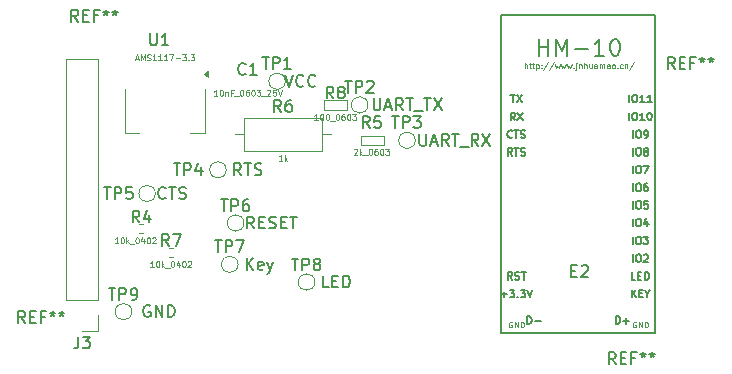
<source format=gbr>
%TF.GenerationSoftware,KiCad,Pcbnew,9.0.7-9.0.7~ubuntu24.04.1*%
%TF.CreationDate,2026-02-13T06:42:11+01:00*%
%TF.ProjectId,diagram_wirering,64696167-7261-46d5-9f77-69726572696e,rev?*%
%TF.SameCoordinates,Original*%
%TF.FileFunction,Legend,Bot*%
%TF.FilePolarity,Positive*%
%FSLAX46Y46*%
G04 Gerber Fmt 4.6, Leading zero omitted, Abs format (unit mm)*
G04 Created by KiCad (PCBNEW 9.0.7-9.0.7~ubuntu24.04.1) date 2026-02-13 06:42:11*
%MOMM*%
%LPD*%
G01*
G04 APERTURE LIST*
%ADD10C,0.150000*%
%ADD11C,0.120000*%
%ADD12C,0.100000*%
%ADD13C,0.127000*%
G04 APERTURE END LIST*
D10*
X56166666Y-42454819D02*
X55833333Y-41978628D01*
X55595238Y-42454819D02*
X55595238Y-41454819D01*
X55595238Y-41454819D02*
X55976190Y-41454819D01*
X55976190Y-41454819D02*
X56071428Y-41502438D01*
X56071428Y-41502438D02*
X56119047Y-41550057D01*
X56119047Y-41550057D02*
X56166666Y-41645295D01*
X56166666Y-41645295D02*
X56166666Y-41788152D01*
X56166666Y-41788152D02*
X56119047Y-41883390D01*
X56119047Y-41883390D02*
X56071428Y-41931009D01*
X56071428Y-41931009D02*
X55976190Y-41978628D01*
X55976190Y-41978628D02*
X55595238Y-41978628D01*
X56595238Y-41931009D02*
X56928571Y-41931009D01*
X57071428Y-42454819D02*
X56595238Y-42454819D01*
X56595238Y-42454819D02*
X56595238Y-41454819D01*
X56595238Y-41454819D02*
X57071428Y-41454819D01*
X57833333Y-41931009D02*
X57500000Y-41931009D01*
X57500000Y-42454819D02*
X57500000Y-41454819D01*
X57500000Y-41454819D02*
X57976190Y-41454819D01*
X58500000Y-41454819D02*
X58500000Y-41692914D01*
X58261905Y-41597676D02*
X58500000Y-41692914D01*
X58500000Y-41692914D02*
X58738095Y-41597676D01*
X58357143Y-41883390D02*
X58500000Y-41692914D01*
X58500000Y-41692914D02*
X58642857Y-41883390D01*
X59261905Y-41454819D02*
X59261905Y-41692914D01*
X59023810Y-41597676D02*
X59261905Y-41692914D01*
X59261905Y-41692914D02*
X59500000Y-41597676D01*
X59119048Y-41883390D02*
X59261905Y-41692914D01*
X59261905Y-41692914D02*
X59404762Y-41883390D01*
X106166666Y-45954819D02*
X105833333Y-45478628D01*
X105595238Y-45954819D02*
X105595238Y-44954819D01*
X105595238Y-44954819D02*
X105976190Y-44954819D01*
X105976190Y-44954819D02*
X106071428Y-45002438D01*
X106071428Y-45002438D02*
X106119047Y-45050057D01*
X106119047Y-45050057D02*
X106166666Y-45145295D01*
X106166666Y-45145295D02*
X106166666Y-45288152D01*
X106166666Y-45288152D02*
X106119047Y-45383390D01*
X106119047Y-45383390D02*
X106071428Y-45431009D01*
X106071428Y-45431009D02*
X105976190Y-45478628D01*
X105976190Y-45478628D02*
X105595238Y-45478628D01*
X106595238Y-45431009D02*
X106928571Y-45431009D01*
X107071428Y-45954819D02*
X106595238Y-45954819D01*
X106595238Y-45954819D02*
X106595238Y-44954819D01*
X106595238Y-44954819D02*
X107071428Y-44954819D01*
X107833333Y-45431009D02*
X107500000Y-45431009D01*
X107500000Y-45954819D02*
X107500000Y-44954819D01*
X107500000Y-44954819D02*
X107976190Y-44954819D01*
X108500000Y-44954819D02*
X108500000Y-45192914D01*
X108261905Y-45097676D02*
X108500000Y-45192914D01*
X108500000Y-45192914D02*
X108738095Y-45097676D01*
X108357143Y-45383390D02*
X108500000Y-45192914D01*
X108500000Y-45192914D02*
X108642857Y-45383390D01*
X109261905Y-44954819D02*
X109261905Y-45192914D01*
X109023810Y-45097676D02*
X109261905Y-45192914D01*
X109261905Y-45192914D02*
X109500000Y-45097676D01*
X109119048Y-45383390D02*
X109261905Y-45192914D01*
X109261905Y-45192914D02*
X109404762Y-45383390D01*
X111166666Y-20954819D02*
X110833333Y-20478628D01*
X110595238Y-20954819D02*
X110595238Y-19954819D01*
X110595238Y-19954819D02*
X110976190Y-19954819D01*
X110976190Y-19954819D02*
X111071428Y-20002438D01*
X111071428Y-20002438D02*
X111119047Y-20050057D01*
X111119047Y-20050057D02*
X111166666Y-20145295D01*
X111166666Y-20145295D02*
X111166666Y-20288152D01*
X111166666Y-20288152D02*
X111119047Y-20383390D01*
X111119047Y-20383390D02*
X111071428Y-20431009D01*
X111071428Y-20431009D02*
X110976190Y-20478628D01*
X110976190Y-20478628D02*
X110595238Y-20478628D01*
X111595238Y-20431009D02*
X111928571Y-20431009D01*
X112071428Y-20954819D02*
X111595238Y-20954819D01*
X111595238Y-20954819D02*
X111595238Y-19954819D01*
X111595238Y-19954819D02*
X112071428Y-19954819D01*
X112833333Y-20431009D02*
X112500000Y-20431009D01*
X112500000Y-20954819D02*
X112500000Y-19954819D01*
X112500000Y-19954819D02*
X112976190Y-19954819D01*
X113500000Y-19954819D02*
X113500000Y-20192914D01*
X113261905Y-20097676D02*
X113500000Y-20192914D01*
X113500000Y-20192914D02*
X113738095Y-20097676D01*
X113357143Y-20383390D02*
X113500000Y-20192914D01*
X113500000Y-20192914D02*
X113642857Y-20383390D01*
X114261905Y-19954819D02*
X114261905Y-20192914D01*
X114023810Y-20097676D02*
X114261905Y-20192914D01*
X114261905Y-20192914D02*
X114500000Y-20097676D01*
X114119048Y-20383390D02*
X114261905Y-20192914D01*
X114261905Y-20192914D02*
X114404762Y-20383390D01*
X60666666Y-16954819D02*
X60333333Y-16478628D01*
X60095238Y-16954819D02*
X60095238Y-15954819D01*
X60095238Y-15954819D02*
X60476190Y-15954819D01*
X60476190Y-15954819D02*
X60571428Y-16002438D01*
X60571428Y-16002438D02*
X60619047Y-16050057D01*
X60619047Y-16050057D02*
X60666666Y-16145295D01*
X60666666Y-16145295D02*
X60666666Y-16288152D01*
X60666666Y-16288152D02*
X60619047Y-16383390D01*
X60619047Y-16383390D02*
X60571428Y-16431009D01*
X60571428Y-16431009D02*
X60476190Y-16478628D01*
X60476190Y-16478628D02*
X60095238Y-16478628D01*
X61095238Y-16431009D02*
X61428571Y-16431009D01*
X61571428Y-16954819D02*
X61095238Y-16954819D01*
X61095238Y-16954819D02*
X61095238Y-15954819D01*
X61095238Y-15954819D02*
X61571428Y-15954819D01*
X62333333Y-16431009D02*
X62000000Y-16431009D01*
X62000000Y-16954819D02*
X62000000Y-15954819D01*
X62000000Y-15954819D02*
X62476190Y-15954819D01*
X63000000Y-15954819D02*
X63000000Y-16192914D01*
X62761905Y-16097676D02*
X63000000Y-16192914D01*
X63000000Y-16192914D02*
X63238095Y-16097676D01*
X62857143Y-16383390D02*
X63000000Y-16192914D01*
X63000000Y-16192914D02*
X63142857Y-16383390D01*
X63761905Y-15954819D02*
X63761905Y-16192914D01*
X63523810Y-16097676D02*
X63761905Y-16192914D01*
X63761905Y-16192914D02*
X64000000Y-16097676D01*
X63619048Y-16383390D02*
X63761905Y-16192914D01*
X63761905Y-16192914D02*
X63904762Y-16383390D01*
X83238095Y-21956819D02*
X83809523Y-21956819D01*
X83523809Y-22956819D02*
X83523809Y-21956819D01*
X84142857Y-22956819D02*
X84142857Y-21956819D01*
X84142857Y-21956819D02*
X84523809Y-21956819D01*
X84523809Y-21956819D02*
X84619047Y-22004438D01*
X84619047Y-22004438D02*
X84666666Y-22052057D01*
X84666666Y-22052057D02*
X84714285Y-22147295D01*
X84714285Y-22147295D02*
X84714285Y-22290152D01*
X84714285Y-22290152D02*
X84666666Y-22385390D01*
X84666666Y-22385390D02*
X84619047Y-22433009D01*
X84619047Y-22433009D02*
X84523809Y-22480628D01*
X84523809Y-22480628D02*
X84142857Y-22480628D01*
X85095238Y-22052057D02*
X85142857Y-22004438D01*
X85142857Y-22004438D02*
X85238095Y-21956819D01*
X85238095Y-21956819D02*
X85476190Y-21956819D01*
X85476190Y-21956819D02*
X85571428Y-22004438D01*
X85571428Y-22004438D02*
X85619047Y-22052057D01*
X85619047Y-22052057D02*
X85666666Y-22147295D01*
X85666666Y-22147295D02*
X85666666Y-22242533D01*
X85666666Y-22242533D02*
X85619047Y-22385390D01*
X85619047Y-22385390D02*
X85047619Y-22956819D01*
X85047619Y-22956819D02*
X85666666Y-22956819D01*
X85666666Y-23454819D02*
X85666666Y-24264342D01*
X85666666Y-24264342D02*
X85714285Y-24359580D01*
X85714285Y-24359580D02*
X85761904Y-24407200D01*
X85761904Y-24407200D02*
X85857142Y-24454819D01*
X85857142Y-24454819D02*
X86047618Y-24454819D01*
X86047618Y-24454819D02*
X86142856Y-24407200D01*
X86142856Y-24407200D02*
X86190475Y-24359580D01*
X86190475Y-24359580D02*
X86238094Y-24264342D01*
X86238094Y-24264342D02*
X86238094Y-23454819D01*
X86666666Y-24169104D02*
X87142856Y-24169104D01*
X86571428Y-24454819D02*
X86904761Y-23454819D01*
X86904761Y-23454819D02*
X87238094Y-24454819D01*
X88142856Y-24454819D02*
X87809523Y-23978628D01*
X87571428Y-24454819D02*
X87571428Y-23454819D01*
X87571428Y-23454819D02*
X87952380Y-23454819D01*
X87952380Y-23454819D02*
X88047618Y-23502438D01*
X88047618Y-23502438D02*
X88095237Y-23550057D01*
X88095237Y-23550057D02*
X88142856Y-23645295D01*
X88142856Y-23645295D02*
X88142856Y-23788152D01*
X88142856Y-23788152D02*
X88095237Y-23883390D01*
X88095237Y-23883390D02*
X88047618Y-23931009D01*
X88047618Y-23931009D02*
X87952380Y-23978628D01*
X87952380Y-23978628D02*
X87571428Y-23978628D01*
X88428571Y-23454819D02*
X88999999Y-23454819D01*
X88714285Y-24454819D02*
X88714285Y-23454819D01*
X89095238Y-24550057D02*
X89857142Y-24550057D01*
X89952381Y-23454819D02*
X90523809Y-23454819D01*
X90238095Y-24454819D02*
X90238095Y-23454819D01*
X90761905Y-23454819D02*
X91428571Y-24454819D01*
X91428571Y-23454819D02*
X90761905Y-24454819D01*
X87238095Y-24956819D02*
X87809523Y-24956819D01*
X87523809Y-25956819D02*
X87523809Y-24956819D01*
X88142857Y-25956819D02*
X88142857Y-24956819D01*
X88142857Y-24956819D02*
X88523809Y-24956819D01*
X88523809Y-24956819D02*
X88619047Y-25004438D01*
X88619047Y-25004438D02*
X88666666Y-25052057D01*
X88666666Y-25052057D02*
X88714285Y-25147295D01*
X88714285Y-25147295D02*
X88714285Y-25290152D01*
X88714285Y-25290152D02*
X88666666Y-25385390D01*
X88666666Y-25385390D02*
X88619047Y-25433009D01*
X88619047Y-25433009D02*
X88523809Y-25480628D01*
X88523809Y-25480628D02*
X88142857Y-25480628D01*
X89047619Y-24956819D02*
X89666666Y-24956819D01*
X89666666Y-24956819D02*
X89333333Y-25337771D01*
X89333333Y-25337771D02*
X89476190Y-25337771D01*
X89476190Y-25337771D02*
X89571428Y-25385390D01*
X89571428Y-25385390D02*
X89619047Y-25433009D01*
X89619047Y-25433009D02*
X89666666Y-25528247D01*
X89666666Y-25528247D02*
X89666666Y-25766342D01*
X89666666Y-25766342D02*
X89619047Y-25861580D01*
X89619047Y-25861580D02*
X89571428Y-25909200D01*
X89571428Y-25909200D02*
X89476190Y-25956819D01*
X89476190Y-25956819D02*
X89190476Y-25956819D01*
X89190476Y-25956819D02*
X89095238Y-25909200D01*
X89095238Y-25909200D02*
X89047619Y-25861580D01*
X89547619Y-26454819D02*
X89547619Y-27264342D01*
X89547619Y-27264342D02*
X89595238Y-27359580D01*
X89595238Y-27359580D02*
X89642857Y-27407200D01*
X89642857Y-27407200D02*
X89738095Y-27454819D01*
X89738095Y-27454819D02*
X89928571Y-27454819D01*
X89928571Y-27454819D02*
X90023809Y-27407200D01*
X90023809Y-27407200D02*
X90071428Y-27359580D01*
X90071428Y-27359580D02*
X90119047Y-27264342D01*
X90119047Y-27264342D02*
X90119047Y-26454819D01*
X90547619Y-27169104D02*
X91023809Y-27169104D01*
X90452381Y-27454819D02*
X90785714Y-26454819D01*
X90785714Y-26454819D02*
X91119047Y-27454819D01*
X92023809Y-27454819D02*
X91690476Y-26978628D01*
X91452381Y-27454819D02*
X91452381Y-26454819D01*
X91452381Y-26454819D02*
X91833333Y-26454819D01*
X91833333Y-26454819D02*
X91928571Y-26502438D01*
X91928571Y-26502438D02*
X91976190Y-26550057D01*
X91976190Y-26550057D02*
X92023809Y-26645295D01*
X92023809Y-26645295D02*
X92023809Y-26788152D01*
X92023809Y-26788152D02*
X91976190Y-26883390D01*
X91976190Y-26883390D02*
X91928571Y-26931009D01*
X91928571Y-26931009D02*
X91833333Y-26978628D01*
X91833333Y-26978628D02*
X91452381Y-26978628D01*
X92309524Y-26454819D02*
X92880952Y-26454819D01*
X92595238Y-27454819D02*
X92595238Y-26454819D01*
X92976191Y-27550057D02*
X93738095Y-27550057D01*
X94547619Y-27454819D02*
X94214286Y-26978628D01*
X93976191Y-27454819D02*
X93976191Y-26454819D01*
X93976191Y-26454819D02*
X94357143Y-26454819D01*
X94357143Y-26454819D02*
X94452381Y-26502438D01*
X94452381Y-26502438D02*
X94500000Y-26550057D01*
X94500000Y-26550057D02*
X94547619Y-26645295D01*
X94547619Y-26645295D02*
X94547619Y-26788152D01*
X94547619Y-26788152D02*
X94500000Y-26883390D01*
X94500000Y-26883390D02*
X94452381Y-26931009D01*
X94452381Y-26931009D02*
X94357143Y-26978628D01*
X94357143Y-26978628D02*
X93976191Y-26978628D01*
X94880953Y-26454819D02*
X95547619Y-27454819D01*
X95547619Y-26454819D02*
X94880953Y-27454819D01*
X68738095Y-28956819D02*
X69309523Y-28956819D01*
X69023809Y-29956819D02*
X69023809Y-28956819D01*
X69642857Y-29956819D02*
X69642857Y-28956819D01*
X69642857Y-28956819D02*
X70023809Y-28956819D01*
X70023809Y-28956819D02*
X70119047Y-29004438D01*
X70119047Y-29004438D02*
X70166666Y-29052057D01*
X70166666Y-29052057D02*
X70214285Y-29147295D01*
X70214285Y-29147295D02*
X70214285Y-29290152D01*
X70214285Y-29290152D02*
X70166666Y-29385390D01*
X70166666Y-29385390D02*
X70119047Y-29433009D01*
X70119047Y-29433009D02*
X70023809Y-29480628D01*
X70023809Y-29480628D02*
X69642857Y-29480628D01*
X71071428Y-29290152D02*
X71071428Y-29956819D01*
X70833333Y-28909200D02*
X70595238Y-29623485D01*
X70595238Y-29623485D02*
X71214285Y-29623485D01*
X74452380Y-29954819D02*
X74119047Y-29478628D01*
X73880952Y-29954819D02*
X73880952Y-28954819D01*
X73880952Y-28954819D02*
X74261904Y-28954819D01*
X74261904Y-28954819D02*
X74357142Y-29002438D01*
X74357142Y-29002438D02*
X74404761Y-29050057D01*
X74404761Y-29050057D02*
X74452380Y-29145295D01*
X74452380Y-29145295D02*
X74452380Y-29288152D01*
X74452380Y-29288152D02*
X74404761Y-29383390D01*
X74404761Y-29383390D02*
X74357142Y-29431009D01*
X74357142Y-29431009D02*
X74261904Y-29478628D01*
X74261904Y-29478628D02*
X73880952Y-29478628D01*
X74738095Y-28954819D02*
X75309523Y-28954819D01*
X75023809Y-29954819D02*
X75023809Y-28954819D01*
X75595238Y-29907200D02*
X75738095Y-29954819D01*
X75738095Y-29954819D02*
X75976190Y-29954819D01*
X75976190Y-29954819D02*
X76071428Y-29907200D01*
X76071428Y-29907200D02*
X76119047Y-29859580D01*
X76119047Y-29859580D02*
X76166666Y-29764342D01*
X76166666Y-29764342D02*
X76166666Y-29669104D01*
X76166666Y-29669104D02*
X76119047Y-29573866D01*
X76119047Y-29573866D02*
X76071428Y-29526247D01*
X76071428Y-29526247D02*
X75976190Y-29478628D01*
X75976190Y-29478628D02*
X75785714Y-29431009D01*
X75785714Y-29431009D02*
X75690476Y-29383390D01*
X75690476Y-29383390D02*
X75642857Y-29335771D01*
X75642857Y-29335771D02*
X75595238Y-29240533D01*
X75595238Y-29240533D02*
X75595238Y-29145295D01*
X75595238Y-29145295D02*
X75642857Y-29050057D01*
X75642857Y-29050057D02*
X75690476Y-29002438D01*
X75690476Y-29002438D02*
X75785714Y-28954819D01*
X75785714Y-28954819D02*
X76023809Y-28954819D01*
X76023809Y-28954819D02*
X76166666Y-29002438D01*
X62846366Y-30956819D02*
X63417794Y-30956819D01*
X63132080Y-31956819D02*
X63132080Y-30956819D01*
X63751128Y-31956819D02*
X63751128Y-30956819D01*
X63751128Y-30956819D02*
X64132080Y-30956819D01*
X64132080Y-30956819D02*
X64227318Y-31004438D01*
X64227318Y-31004438D02*
X64274937Y-31052057D01*
X64274937Y-31052057D02*
X64322556Y-31147295D01*
X64322556Y-31147295D02*
X64322556Y-31290152D01*
X64322556Y-31290152D02*
X64274937Y-31385390D01*
X64274937Y-31385390D02*
X64227318Y-31433009D01*
X64227318Y-31433009D02*
X64132080Y-31480628D01*
X64132080Y-31480628D02*
X63751128Y-31480628D01*
X65227318Y-30956819D02*
X64751128Y-30956819D01*
X64751128Y-30956819D02*
X64703509Y-31433009D01*
X64703509Y-31433009D02*
X64751128Y-31385390D01*
X64751128Y-31385390D02*
X64846366Y-31337771D01*
X64846366Y-31337771D02*
X65084461Y-31337771D01*
X65084461Y-31337771D02*
X65179699Y-31385390D01*
X65179699Y-31385390D02*
X65227318Y-31433009D01*
X65227318Y-31433009D02*
X65274937Y-31528247D01*
X65274937Y-31528247D02*
X65274937Y-31766342D01*
X65274937Y-31766342D02*
X65227318Y-31861580D01*
X65227318Y-31861580D02*
X65179699Y-31909200D01*
X65179699Y-31909200D02*
X65084461Y-31956819D01*
X65084461Y-31956819D02*
X64846366Y-31956819D01*
X64846366Y-31956819D02*
X64751128Y-31909200D01*
X64751128Y-31909200D02*
X64703509Y-31861580D01*
X68060651Y-31859580D02*
X68013032Y-31907200D01*
X68013032Y-31907200D02*
X67870175Y-31954819D01*
X67870175Y-31954819D02*
X67774937Y-31954819D01*
X67774937Y-31954819D02*
X67632080Y-31907200D01*
X67632080Y-31907200D02*
X67536842Y-31811961D01*
X67536842Y-31811961D02*
X67489223Y-31716723D01*
X67489223Y-31716723D02*
X67441604Y-31526247D01*
X67441604Y-31526247D02*
X67441604Y-31383390D01*
X67441604Y-31383390D02*
X67489223Y-31192914D01*
X67489223Y-31192914D02*
X67536842Y-31097676D01*
X67536842Y-31097676D02*
X67632080Y-31002438D01*
X67632080Y-31002438D02*
X67774937Y-30954819D01*
X67774937Y-30954819D02*
X67870175Y-30954819D01*
X67870175Y-30954819D02*
X68013032Y-31002438D01*
X68013032Y-31002438D02*
X68060651Y-31050057D01*
X68346366Y-30954819D02*
X68917794Y-30954819D01*
X68632080Y-31954819D02*
X68632080Y-30954819D01*
X69203509Y-31907200D02*
X69346366Y-31954819D01*
X69346366Y-31954819D02*
X69584461Y-31954819D01*
X69584461Y-31954819D02*
X69679699Y-31907200D01*
X69679699Y-31907200D02*
X69727318Y-31859580D01*
X69727318Y-31859580D02*
X69774937Y-31764342D01*
X69774937Y-31764342D02*
X69774937Y-31669104D01*
X69774937Y-31669104D02*
X69727318Y-31573866D01*
X69727318Y-31573866D02*
X69679699Y-31526247D01*
X69679699Y-31526247D02*
X69584461Y-31478628D01*
X69584461Y-31478628D02*
X69393985Y-31431009D01*
X69393985Y-31431009D02*
X69298747Y-31383390D01*
X69298747Y-31383390D02*
X69251128Y-31335771D01*
X69251128Y-31335771D02*
X69203509Y-31240533D01*
X69203509Y-31240533D02*
X69203509Y-31145295D01*
X69203509Y-31145295D02*
X69251128Y-31050057D01*
X69251128Y-31050057D02*
X69298747Y-31002438D01*
X69298747Y-31002438D02*
X69393985Y-30954819D01*
X69393985Y-30954819D02*
X69632080Y-30954819D01*
X69632080Y-30954819D02*
X69774937Y-31002438D01*
X76238095Y-19954819D02*
X76809523Y-19954819D01*
X76523809Y-20954819D02*
X76523809Y-19954819D01*
X77142857Y-20954819D02*
X77142857Y-19954819D01*
X77142857Y-19954819D02*
X77523809Y-19954819D01*
X77523809Y-19954819D02*
X77619047Y-20002438D01*
X77619047Y-20002438D02*
X77666666Y-20050057D01*
X77666666Y-20050057D02*
X77714285Y-20145295D01*
X77714285Y-20145295D02*
X77714285Y-20288152D01*
X77714285Y-20288152D02*
X77666666Y-20383390D01*
X77666666Y-20383390D02*
X77619047Y-20431009D01*
X77619047Y-20431009D02*
X77523809Y-20478628D01*
X77523809Y-20478628D02*
X77142857Y-20478628D01*
X78666666Y-20954819D02*
X78095238Y-20954819D01*
X78380952Y-20954819D02*
X78380952Y-19954819D01*
X78380952Y-19954819D02*
X78285714Y-20097676D01*
X78285714Y-20097676D02*
X78190476Y-20192914D01*
X78190476Y-20192914D02*
X78095238Y-20240533D01*
X78166667Y-21454819D02*
X78500000Y-22454819D01*
X78500000Y-22454819D02*
X78833333Y-21454819D01*
X79738095Y-22359580D02*
X79690476Y-22407200D01*
X79690476Y-22407200D02*
X79547619Y-22454819D01*
X79547619Y-22454819D02*
X79452381Y-22454819D01*
X79452381Y-22454819D02*
X79309524Y-22407200D01*
X79309524Y-22407200D02*
X79214286Y-22311961D01*
X79214286Y-22311961D02*
X79166667Y-22216723D01*
X79166667Y-22216723D02*
X79119048Y-22026247D01*
X79119048Y-22026247D02*
X79119048Y-21883390D01*
X79119048Y-21883390D02*
X79166667Y-21692914D01*
X79166667Y-21692914D02*
X79214286Y-21597676D01*
X79214286Y-21597676D02*
X79309524Y-21502438D01*
X79309524Y-21502438D02*
X79452381Y-21454819D01*
X79452381Y-21454819D02*
X79547619Y-21454819D01*
X79547619Y-21454819D02*
X79690476Y-21502438D01*
X79690476Y-21502438D02*
X79738095Y-21550057D01*
X80738095Y-22359580D02*
X80690476Y-22407200D01*
X80690476Y-22407200D02*
X80547619Y-22454819D01*
X80547619Y-22454819D02*
X80452381Y-22454819D01*
X80452381Y-22454819D02*
X80309524Y-22407200D01*
X80309524Y-22407200D02*
X80214286Y-22311961D01*
X80214286Y-22311961D02*
X80166667Y-22216723D01*
X80166667Y-22216723D02*
X80119048Y-22026247D01*
X80119048Y-22026247D02*
X80119048Y-21883390D01*
X80119048Y-21883390D02*
X80166667Y-21692914D01*
X80166667Y-21692914D02*
X80214286Y-21597676D01*
X80214286Y-21597676D02*
X80309524Y-21502438D01*
X80309524Y-21502438D02*
X80452381Y-21454819D01*
X80452381Y-21454819D02*
X80547619Y-21454819D01*
X80547619Y-21454819D02*
X80690476Y-21502438D01*
X80690476Y-21502438D02*
X80738095Y-21550057D01*
X102424524Y-38036009D02*
X102757857Y-38036009D01*
X102900714Y-38559819D02*
X102424524Y-38559819D01*
X102424524Y-38559819D02*
X102424524Y-37559819D01*
X102424524Y-37559819D02*
X102900714Y-37559819D01*
X103281667Y-37655057D02*
X103329286Y-37607438D01*
X103329286Y-37607438D02*
X103424524Y-37559819D01*
X103424524Y-37559819D02*
X103662619Y-37559819D01*
X103662619Y-37559819D02*
X103757857Y-37607438D01*
X103757857Y-37607438D02*
X103805476Y-37655057D01*
X103805476Y-37655057D02*
X103853095Y-37750295D01*
X103853095Y-37750295D02*
X103853095Y-37845533D01*
X103853095Y-37845533D02*
X103805476Y-37988390D01*
X103805476Y-37988390D02*
X103234048Y-38559819D01*
X103234048Y-38559819D02*
X103853095Y-38559819D01*
D11*
X98454285Y-20895817D02*
X98454285Y-20415817D01*
X98660000Y-20895817D02*
X98660000Y-20644388D01*
X98660000Y-20644388D02*
X98637142Y-20598674D01*
X98637142Y-20598674D02*
X98591428Y-20575817D01*
X98591428Y-20575817D02*
X98522857Y-20575817D01*
X98522857Y-20575817D02*
X98477142Y-20598674D01*
X98477142Y-20598674D02*
X98454285Y-20621531D01*
X98820000Y-20575817D02*
X99002857Y-20575817D01*
X98888571Y-20415817D02*
X98888571Y-20827245D01*
X98888571Y-20827245D02*
X98911428Y-20872960D01*
X98911428Y-20872960D02*
X98957143Y-20895817D01*
X98957143Y-20895817D02*
X99002857Y-20895817D01*
X99094286Y-20575817D02*
X99277143Y-20575817D01*
X99162857Y-20415817D02*
X99162857Y-20827245D01*
X99162857Y-20827245D02*
X99185714Y-20872960D01*
X99185714Y-20872960D02*
X99231429Y-20895817D01*
X99231429Y-20895817D02*
X99277143Y-20895817D01*
X99437143Y-20575817D02*
X99437143Y-21055817D01*
X99437143Y-20598674D02*
X99482858Y-20575817D01*
X99482858Y-20575817D02*
X99574286Y-20575817D01*
X99574286Y-20575817D02*
X99620000Y-20598674D01*
X99620000Y-20598674D02*
X99642858Y-20621531D01*
X99642858Y-20621531D02*
X99665715Y-20667245D01*
X99665715Y-20667245D02*
X99665715Y-20804388D01*
X99665715Y-20804388D02*
X99642858Y-20850102D01*
X99642858Y-20850102D02*
X99620000Y-20872960D01*
X99620000Y-20872960D02*
X99574286Y-20895817D01*
X99574286Y-20895817D02*
X99482858Y-20895817D01*
X99482858Y-20895817D02*
X99437143Y-20872960D01*
X99871429Y-20850102D02*
X99894286Y-20872960D01*
X99894286Y-20872960D02*
X99871429Y-20895817D01*
X99871429Y-20895817D02*
X99848572Y-20872960D01*
X99848572Y-20872960D02*
X99871429Y-20850102D01*
X99871429Y-20850102D02*
X99871429Y-20895817D01*
X99871429Y-20598674D02*
X99894286Y-20621531D01*
X99894286Y-20621531D02*
X99871429Y-20644388D01*
X99871429Y-20644388D02*
X99848572Y-20621531D01*
X99848572Y-20621531D02*
X99871429Y-20598674D01*
X99871429Y-20598674D02*
X99871429Y-20644388D01*
X100442857Y-20392960D02*
X100031429Y-21010102D01*
X100945714Y-20392960D02*
X100534286Y-21010102D01*
X101060000Y-20575817D02*
X101151429Y-20895817D01*
X101151429Y-20895817D02*
X101242857Y-20667245D01*
X101242857Y-20667245D02*
X101334286Y-20895817D01*
X101334286Y-20895817D02*
X101425714Y-20575817D01*
X101562857Y-20575817D02*
X101654286Y-20895817D01*
X101654286Y-20895817D02*
X101745714Y-20667245D01*
X101745714Y-20667245D02*
X101837143Y-20895817D01*
X101837143Y-20895817D02*
X101928571Y-20575817D01*
X102065714Y-20575817D02*
X102157143Y-20895817D01*
X102157143Y-20895817D02*
X102248571Y-20667245D01*
X102248571Y-20667245D02*
X102340000Y-20895817D01*
X102340000Y-20895817D02*
X102431428Y-20575817D01*
X102614285Y-20850102D02*
X102637142Y-20872960D01*
X102637142Y-20872960D02*
X102614285Y-20895817D01*
X102614285Y-20895817D02*
X102591428Y-20872960D01*
X102591428Y-20872960D02*
X102614285Y-20850102D01*
X102614285Y-20850102D02*
X102614285Y-20895817D01*
X102842856Y-20575817D02*
X102842856Y-20987245D01*
X102842856Y-20987245D02*
X102819999Y-21032960D01*
X102819999Y-21032960D02*
X102774285Y-21055817D01*
X102774285Y-21055817D02*
X102751428Y-21055817D01*
X102842856Y-20415817D02*
X102819999Y-20438674D01*
X102819999Y-20438674D02*
X102842856Y-20461531D01*
X102842856Y-20461531D02*
X102865713Y-20438674D01*
X102865713Y-20438674D02*
X102842856Y-20415817D01*
X102842856Y-20415817D02*
X102842856Y-20461531D01*
X103071427Y-20575817D02*
X103071427Y-20895817D01*
X103071427Y-20621531D02*
X103094284Y-20598674D01*
X103094284Y-20598674D02*
X103139999Y-20575817D01*
X103139999Y-20575817D02*
X103208570Y-20575817D01*
X103208570Y-20575817D02*
X103254284Y-20598674D01*
X103254284Y-20598674D02*
X103277142Y-20644388D01*
X103277142Y-20644388D02*
X103277142Y-20895817D01*
X103505713Y-20895817D02*
X103505713Y-20415817D01*
X103711428Y-20895817D02*
X103711428Y-20644388D01*
X103711428Y-20644388D02*
X103688570Y-20598674D01*
X103688570Y-20598674D02*
X103642856Y-20575817D01*
X103642856Y-20575817D02*
X103574285Y-20575817D01*
X103574285Y-20575817D02*
X103528570Y-20598674D01*
X103528570Y-20598674D02*
X103505713Y-20621531D01*
X104145714Y-20575817D02*
X104145714Y-20895817D01*
X103939999Y-20575817D02*
X103939999Y-20827245D01*
X103939999Y-20827245D02*
X103962856Y-20872960D01*
X103962856Y-20872960D02*
X104008571Y-20895817D01*
X104008571Y-20895817D02*
X104077142Y-20895817D01*
X104077142Y-20895817D02*
X104122856Y-20872960D01*
X104122856Y-20872960D02*
X104145714Y-20850102D01*
X104580000Y-20895817D02*
X104580000Y-20644388D01*
X104580000Y-20644388D02*
X104557142Y-20598674D01*
X104557142Y-20598674D02*
X104511428Y-20575817D01*
X104511428Y-20575817D02*
X104420000Y-20575817D01*
X104420000Y-20575817D02*
X104374285Y-20598674D01*
X104580000Y-20872960D02*
X104534285Y-20895817D01*
X104534285Y-20895817D02*
X104420000Y-20895817D01*
X104420000Y-20895817D02*
X104374285Y-20872960D01*
X104374285Y-20872960D02*
X104351428Y-20827245D01*
X104351428Y-20827245D02*
X104351428Y-20781531D01*
X104351428Y-20781531D02*
X104374285Y-20735817D01*
X104374285Y-20735817D02*
X104420000Y-20712960D01*
X104420000Y-20712960D02*
X104534285Y-20712960D01*
X104534285Y-20712960D02*
X104580000Y-20690102D01*
X104808571Y-20895817D02*
X104808571Y-20575817D01*
X104808571Y-20621531D02*
X104831428Y-20598674D01*
X104831428Y-20598674D02*
X104877143Y-20575817D01*
X104877143Y-20575817D02*
X104945714Y-20575817D01*
X104945714Y-20575817D02*
X104991428Y-20598674D01*
X104991428Y-20598674D02*
X105014286Y-20644388D01*
X105014286Y-20644388D02*
X105014286Y-20895817D01*
X105014286Y-20644388D02*
X105037143Y-20598674D01*
X105037143Y-20598674D02*
X105082857Y-20575817D01*
X105082857Y-20575817D02*
X105151428Y-20575817D01*
X105151428Y-20575817D02*
X105197143Y-20598674D01*
X105197143Y-20598674D02*
X105220000Y-20644388D01*
X105220000Y-20644388D02*
X105220000Y-20895817D01*
X105654286Y-20895817D02*
X105654286Y-20644388D01*
X105654286Y-20644388D02*
X105631428Y-20598674D01*
X105631428Y-20598674D02*
X105585714Y-20575817D01*
X105585714Y-20575817D02*
X105494286Y-20575817D01*
X105494286Y-20575817D02*
X105448571Y-20598674D01*
X105654286Y-20872960D02*
X105608571Y-20895817D01*
X105608571Y-20895817D02*
X105494286Y-20895817D01*
X105494286Y-20895817D02*
X105448571Y-20872960D01*
X105448571Y-20872960D02*
X105425714Y-20827245D01*
X105425714Y-20827245D02*
X105425714Y-20781531D01*
X105425714Y-20781531D02*
X105448571Y-20735817D01*
X105448571Y-20735817D02*
X105494286Y-20712960D01*
X105494286Y-20712960D02*
X105608571Y-20712960D01*
X105608571Y-20712960D02*
X105654286Y-20690102D01*
X105951429Y-20895817D02*
X105905714Y-20872960D01*
X105905714Y-20872960D02*
X105882857Y-20850102D01*
X105882857Y-20850102D02*
X105860000Y-20804388D01*
X105860000Y-20804388D02*
X105860000Y-20667245D01*
X105860000Y-20667245D02*
X105882857Y-20621531D01*
X105882857Y-20621531D02*
X105905714Y-20598674D01*
X105905714Y-20598674D02*
X105951429Y-20575817D01*
X105951429Y-20575817D02*
X106020000Y-20575817D01*
X106020000Y-20575817D02*
X106065714Y-20598674D01*
X106065714Y-20598674D02*
X106088572Y-20621531D01*
X106088572Y-20621531D02*
X106111429Y-20667245D01*
X106111429Y-20667245D02*
X106111429Y-20804388D01*
X106111429Y-20804388D02*
X106088572Y-20850102D01*
X106088572Y-20850102D02*
X106065714Y-20872960D01*
X106065714Y-20872960D02*
X106020000Y-20895817D01*
X106020000Y-20895817D02*
X105951429Y-20895817D01*
X106317143Y-20850102D02*
X106340000Y-20872960D01*
X106340000Y-20872960D02*
X106317143Y-20895817D01*
X106317143Y-20895817D02*
X106294286Y-20872960D01*
X106294286Y-20872960D02*
X106317143Y-20850102D01*
X106317143Y-20850102D02*
X106317143Y-20895817D01*
X106751429Y-20872960D02*
X106705714Y-20895817D01*
X106705714Y-20895817D02*
X106614286Y-20895817D01*
X106614286Y-20895817D02*
X106568571Y-20872960D01*
X106568571Y-20872960D02*
X106545714Y-20850102D01*
X106545714Y-20850102D02*
X106522857Y-20804388D01*
X106522857Y-20804388D02*
X106522857Y-20667245D01*
X106522857Y-20667245D02*
X106545714Y-20621531D01*
X106545714Y-20621531D02*
X106568571Y-20598674D01*
X106568571Y-20598674D02*
X106614286Y-20575817D01*
X106614286Y-20575817D02*
X106705714Y-20575817D01*
X106705714Y-20575817D02*
X106751429Y-20598674D01*
X106957143Y-20575817D02*
X106957143Y-20895817D01*
X106957143Y-20621531D02*
X106980000Y-20598674D01*
X106980000Y-20598674D02*
X107025715Y-20575817D01*
X107025715Y-20575817D02*
X107094286Y-20575817D01*
X107094286Y-20575817D02*
X107140000Y-20598674D01*
X107140000Y-20598674D02*
X107162858Y-20644388D01*
X107162858Y-20644388D02*
X107162858Y-20895817D01*
X107734286Y-20392960D02*
X107322858Y-21010102D01*
D10*
X97262381Y-23148276D02*
X97628095Y-23148276D01*
X97445238Y-23788276D02*
X97445238Y-23148276D01*
X97780476Y-23148276D02*
X98207143Y-23788276D01*
X98207143Y-23148276D02*
X97780476Y-23788276D01*
X97643333Y-25288276D02*
X97429999Y-24983514D01*
X97277618Y-25288276D02*
X97277618Y-24648276D01*
X97277618Y-24648276D02*
X97521428Y-24648276D01*
X97521428Y-24648276D02*
X97582380Y-24678752D01*
X97582380Y-24678752D02*
X97612857Y-24709228D01*
X97612857Y-24709228D02*
X97643333Y-24770180D01*
X97643333Y-24770180D02*
X97643333Y-24861609D01*
X97643333Y-24861609D02*
X97612857Y-24922561D01*
X97612857Y-24922561D02*
X97582380Y-24953038D01*
X97582380Y-24953038D02*
X97521428Y-24983514D01*
X97521428Y-24983514D02*
X97277618Y-24983514D01*
X97856666Y-24648276D02*
X98283333Y-25288276D01*
X98283333Y-24648276D02*
X97856666Y-25288276D01*
X97399524Y-26727323D02*
X97369048Y-26757800D01*
X97369048Y-26757800D02*
X97277619Y-26788276D01*
X97277619Y-26788276D02*
X97216667Y-26788276D01*
X97216667Y-26788276D02*
X97125238Y-26757800D01*
X97125238Y-26757800D02*
X97064286Y-26696847D01*
X97064286Y-26696847D02*
X97033809Y-26635895D01*
X97033809Y-26635895D02*
X97003333Y-26513990D01*
X97003333Y-26513990D02*
X97003333Y-26422561D01*
X97003333Y-26422561D02*
X97033809Y-26300657D01*
X97033809Y-26300657D02*
X97064286Y-26239704D01*
X97064286Y-26239704D02*
X97125238Y-26178752D01*
X97125238Y-26178752D02*
X97216667Y-26148276D01*
X97216667Y-26148276D02*
X97277619Y-26148276D01*
X97277619Y-26148276D02*
X97369048Y-26178752D01*
X97369048Y-26178752D02*
X97399524Y-26209228D01*
X97582381Y-26148276D02*
X97948095Y-26148276D01*
X97765238Y-26788276D02*
X97765238Y-26148276D01*
X98130952Y-26757800D02*
X98222381Y-26788276D01*
X98222381Y-26788276D02*
X98374762Y-26788276D01*
X98374762Y-26788276D02*
X98435714Y-26757800D01*
X98435714Y-26757800D02*
X98466190Y-26727323D01*
X98466190Y-26727323D02*
X98496667Y-26666371D01*
X98496667Y-26666371D02*
X98496667Y-26605419D01*
X98496667Y-26605419D02*
X98466190Y-26544466D01*
X98466190Y-26544466D02*
X98435714Y-26513990D01*
X98435714Y-26513990D02*
X98374762Y-26483514D01*
X98374762Y-26483514D02*
X98252857Y-26453038D01*
X98252857Y-26453038D02*
X98191905Y-26422561D01*
X98191905Y-26422561D02*
X98161428Y-26392085D01*
X98161428Y-26392085D02*
X98130952Y-26331133D01*
X98130952Y-26331133D02*
X98130952Y-26270180D01*
X98130952Y-26270180D02*
X98161428Y-26209228D01*
X98161428Y-26209228D02*
X98191905Y-26178752D01*
X98191905Y-26178752D02*
X98252857Y-26148276D01*
X98252857Y-26148276D02*
X98405238Y-26148276D01*
X98405238Y-26148276D02*
X98496667Y-26178752D01*
X97399524Y-28288276D02*
X97186190Y-27983514D01*
X97033809Y-28288276D02*
X97033809Y-27648276D01*
X97033809Y-27648276D02*
X97277619Y-27648276D01*
X97277619Y-27648276D02*
X97338571Y-27678752D01*
X97338571Y-27678752D02*
X97369048Y-27709228D01*
X97369048Y-27709228D02*
X97399524Y-27770180D01*
X97399524Y-27770180D02*
X97399524Y-27861609D01*
X97399524Y-27861609D02*
X97369048Y-27922561D01*
X97369048Y-27922561D02*
X97338571Y-27953038D01*
X97338571Y-27953038D02*
X97277619Y-27983514D01*
X97277619Y-27983514D02*
X97033809Y-27983514D01*
X97582381Y-27648276D02*
X97948095Y-27648276D01*
X97765238Y-28288276D02*
X97765238Y-27648276D01*
X98130952Y-28257800D02*
X98222381Y-28288276D01*
X98222381Y-28288276D02*
X98374762Y-28288276D01*
X98374762Y-28288276D02*
X98435714Y-28257800D01*
X98435714Y-28257800D02*
X98466190Y-28227323D01*
X98466190Y-28227323D02*
X98496667Y-28166371D01*
X98496667Y-28166371D02*
X98496667Y-28105419D01*
X98496667Y-28105419D02*
X98466190Y-28044466D01*
X98466190Y-28044466D02*
X98435714Y-28013990D01*
X98435714Y-28013990D02*
X98374762Y-27983514D01*
X98374762Y-27983514D02*
X98252857Y-27953038D01*
X98252857Y-27953038D02*
X98191905Y-27922561D01*
X98191905Y-27922561D02*
X98161428Y-27892085D01*
X98161428Y-27892085D02*
X98130952Y-27831133D01*
X98130952Y-27831133D02*
X98130952Y-27770180D01*
X98130952Y-27770180D02*
X98161428Y-27709228D01*
X98161428Y-27709228D02*
X98191905Y-27678752D01*
X98191905Y-27678752D02*
X98252857Y-27648276D01*
X98252857Y-27648276D02*
X98405238Y-27648276D01*
X98405238Y-27648276D02*
X98496667Y-27678752D01*
X97399524Y-38788276D02*
X97186190Y-38483514D01*
X97033809Y-38788276D02*
X97033809Y-38148276D01*
X97033809Y-38148276D02*
X97277619Y-38148276D01*
X97277619Y-38148276D02*
X97338571Y-38178752D01*
X97338571Y-38178752D02*
X97369048Y-38209228D01*
X97369048Y-38209228D02*
X97399524Y-38270180D01*
X97399524Y-38270180D02*
X97399524Y-38361609D01*
X97399524Y-38361609D02*
X97369048Y-38422561D01*
X97369048Y-38422561D02*
X97338571Y-38453038D01*
X97338571Y-38453038D02*
X97277619Y-38483514D01*
X97277619Y-38483514D02*
X97033809Y-38483514D01*
X97643333Y-38757800D02*
X97734762Y-38788276D01*
X97734762Y-38788276D02*
X97887143Y-38788276D01*
X97887143Y-38788276D02*
X97948095Y-38757800D01*
X97948095Y-38757800D02*
X97978571Y-38727323D01*
X97978571Y-38727323D02*
X98009048Y-38666371D01*
X98009048Y-38666371D02*
X98009048Y-38605419D01*
X98009048Y-38605419D02*
X97978571Y-38544466D01*
X97978571Y-38544466D02*
X97948095Y-38513990D01*
X97948095Y-38513990D02*
X97887143Y-38483514D01*
X97887143Y-38483514D02*
X97765238Y-38453038D01*
X97765238Y-38453038D02*
X97704286Y-38422561D01*
X97704286Y-38422561D02*
X97673809Y-38392085D01*
X97673809Y-38392085D02*
X97643333Y-38331133D01*
X97643333Y-38331133D02*
X97643333Y-38270180D01*
X97643333Y-38270180D02*
X97673809Y-38209228D01*
X97673809Y-38209228D02*
X97704286Y-38178752D01*
X97704286Y-38178752D02*
X97765238Y-38148276D01*
X97765238Y-38148276D02*
X97917619Y-38148276D01*
X97917619Y-38148276D02*
X98009048Y-38178752D01*
X98191905Y-38148276D02*
X98557619Y-38148276D01*
X98374762Y-38788276D02*
X98374762Y-38148276D01*
X96469999Y-40044466D02*
X96957619Y-40044466D01*
X96713809Y-40288276D02*
X96713809Y-39800657D01*
X97201428Y-39648276D02*
X97597619Y-39648276D01*
X97597619Y-39648276D02*
X97384285Y-39892085D01*
X97384285Y-39892085D02*
X97475714Y-39892085D01*
X97475714Y-39892085D02*
X97536666Y-39922561D01*
X97536666Y-39922561D02*
X97567142Y-39953038D01*
X97567142Y-39953038D02*
X97597619Y-40013990D01*
X97597619Y-40013990D02*
X97597619Y-40166371D01*
X97597619Y-40166371D02*
X97567142Y-40227323D01*
X97567142Y-40227323D02*
X97536666Y-40257800D01*
X97536666Y-40257800D02*
X97475714Y-40288276D01*
X97475714Y-40288276D02*
X97292857Y-40288276D01*
X97292857Y-40288276D02*
X97231904Y-40257800D01*
X97231904Y-40257800D02*
X97201428Y-40227323D01*
X97871904Y-40227323D02*
X97902381Y-40257800D01*
X97902381Y-40257800D02*
X97871904Y-40288276D01*
X97871904Y-40288276D02*
X97841428Y-40257800D01*
X97841428Y-40257800D02*
X97871904Y-40227323D01*
X97871904Y-40227323D02*
X97871904Y-40288276D01*
X98115714Y-39648276D02*
X98511905Y-39648276D01*
X98511905Y-39648276D02*
X98298571Y-39892085D01*
X98298571Y-39892085D02*
X98390000Y-39892085D01*
X98390000Y-39892085D02*
X98450952Y-39922561D01*
X98450952Y-39922561D02*
X98481428Y-39953038D01*
X98481428Y-39953038D02*
X98511905Y-40013990D01*
X98511905Y-40013990D02*
X98511905Y-40166371D01*
X98511905Y-40166371D02*
X98481428Y-40227323D01*
X98481428Y-40227323D02*
X98450952Y-40257800D01*
X98450952Y-40257800D02*
X98390000Y-40288276D01*
X98390000Y-40288276D02*
X98207143Y-40288276D01*
X98207143Y-40288276D02*
X98146190Y-40257800D01*
X98146190Y-40257800D02*
X98115714Y-40227323D01*
X98694762Y-39648276D02*
X98908095Y-40288276D01*
X98908095Y-40288276D02*
X99121429Y-39648276D01*
D11*
X97384286Y-42383674D02*
X97338572Y-42360817D01*
X97338572Y-42360817D02*
X97270000Y-42360817D01*
X97270000Y-42360817D02*
X97201429Y-42383674D01*
X97201429Y-42383674D02*
X97155714Y-42429388D01*
X97155714Y-42429388D02*
X97132857Y-42475102D01*
X97132857Y-42475102D02*
X97110000Y-42566531D01*
X97110000Y-42566531D02*
X97110000Y-42635102D01*
X97110000Y-42635102D02*
X97132857Y-42726531D01*
X97132857Y-42726531D02*
X97155714Y-42772245D01*
X97155714Y-42772245D02*
X97201429Y-42817960D01*
X97201429Y-42817960D02*
X97270000Y-42840817D01*
X97270000Y-42840817D02*
X97315714Y-42840817D01*
X97315714Y-42840817D02*
X97384286Y-42817960D01*
X97384286Y-42817960D02*
X97407143Y-42795102D01*
X97407143Y-42795102D02*
X97407143Y-42635102D01*
X97407143Y-42635102D02*
X97315714Y-42635102D01*
X97612857Y-42840817D02*
X97612857Y-42360817D01*
X97612857Y-42360817D02*
X97887143Y-42840817D01*
X97887143Y-42840817D02*
X97887143Y-42360817D01*
X98115714Y-42840817D02*
X98115714Y-42360817D01*
X98115714Y-42360817D02*
X98230000Y-42360817D01*
X98230000Y-42360817D02*
X98298571Y-42383674D01*
X98298571Y-42383674D02*
X98344286Y-42429388D01*
X98344286Y-42429388D02*
X98367143Y-42475102D01*
X98367143Y-42475102D02*
X98390000Y-42566531D01*
X98390000Y-42566531D02*
X98390000Y-42635102D01*
X98390000Y-42635102D02*
X98367143Y-42726531D01*
X98367143Y-42726531D02*
X98344286Y-42772245D01*
X98344286Y-42772245D02*
X98298571Y-42817960D01*
X98298571Y-42817960D02*
X98230000Y-42840817D01*
X98230000Y-42840817D02*
X98115714Y-42840817D01*
D10*
X98686190Y-42538276D02*
X98686190Y-41898276D01*
X98686190Y-41898276D02*
X98838571Y-41898276D01*
X98838571Y-41898276D02*
X98930000Y-41928752D01*
X98930000Y-41928752D02*
X98990952Y-41989704D01*
X98990952Y-41989704D02*
X99021429Y-42050657D01*
X99021429Y-42050657D02*
X99051905Y-42172561D01*
X99051905Y-42172561D02*
X99051905Y-42263990D01*
X99051905Y-42263990D02*
X99021429Y-42385895D01*
X99021429Y-42385895D02*
X98990952Y-42446847D01*
X98990952Y-42446847D02*
X98930000Y-42507800D01*
X98930000Y-42507800D02*
X98838571Y-42538276D01*
X98838571Y-42538276D02*
X98686190Y-42538276D01*
X99326190Y-42294466D02*
X99813810Y-42294466D01*
X106186190Y-42538276D02*
X106186190Y-41898276D01*
X106186190Y-41898276D02*
X106338571Y-41898276D01*
X106338571Y-41898276D02*
X106430000Y-41928752D01*
X106430000Y-41928752D02*
X106490952Y-41989704D01*
X106490952Y-41989704D02*
X106521429Y-42050657D01*
X106521429Y-42050657D02*
X106551905Y-42172561D01*
X106551905Y-42172561D02*
X106551905Y-42263990D01*
X106551905Y-42263990D02*
X106521429Y-42385895D01*
X106521429Y-42385895D02*
X106490952Y-42446847D01*
X106490952Y-42446847D02*
X106430000Y-42507800D01*
X106430000Y-42507800D02*
X106338571Y-42538276D01*
X106338571Y-42538276D02*
X106186190Y-42538276D01*
X106826190Y-42294466D02*
X107313810Y-42294466D01*
X107070000Y-42538276D02*
X107070000Y-42050657D01*
D11*
X107884286Y-42383674D02*
X107838572Y-42360817D01*
X107838572Y-42360817D02*
X107770000Y-42360817D01*
X107770000Y-42360817D02*
X107701429Y-42383674D01*
X107701429Y-42383674D02*
X107655714Y-42429388D01*
X107655714Y-42429388D02*
X107632857Y-42475102D01*
X107632857Y-42475102D02*
X107610000Y-42566531D01*
X107610000Y-42566531D02*
X107610000Y-42635102D01*
X107610000Y-42635102D02*
X107632857Y-42726531D01*
X107632857Y-42726531D02*
X107655714Y-42772245D01*
X107655714Y-42772245D02*
X107701429Y-42817960D01*
X107701429Y-42817960D02*
X107770000Y-42840817D01*
X107770000Y-42840817D02*
X107815714Y-42840817D01*
X107815714Y-42840817D02*
X107884286Y-42817960D01*
X107884286Y-42817960D02*
X107907143Y-42795102D01*
X107907143Y-42795102D02*
X107907143Y-42635102D01*
X107907143Y-42635102D02*
X107815714Y-42635102D01*
X108112857Y-42840817D02*
X108112857Y-42360817D01*
X108112857Y-42360817D02*
X108387143Y-42840817D01*
X108387143Y-42840817D02*
X108387143Y-42360817D01*
X108615714Y-42840817D02*
X108615714Y-42360817D01*
X108615714Y-42360817D02*
X108730000Y-42360817D01*
X108730000Y-42360817D02*
X108798571Y-42383674D01*
X108798571Y-42383674D02*
X108844286Y-42429388D01*
X108844286Y-42429388D02*
X108867143Y-42475102D01*
X108867143Y-42475102D02*
X108890000Y-42566531D01*
X108890000Y-42566531D02*
X108890000Y-42635102D01*
X108890000Y-42635102D02*
X108867143Y-42726531D01*
X108867143Y-42726531D02*
X108844286Y-42772245D01*
X108844286Y-42772245D02*
X108798571Y-42817960D01*
X108798571Y-42817960D02*
X108730000Y-42840817D01*
X108730000Y-42840817D02*
X108615714Y-42840817D01*
D10*
X107518571Y-40288276D02*
X107518571Y-39648276D01*
X107884286Y-40288276D02*
X107610000Y-39922561D01*
X107884286Y-39648276D02*
X107518571Y-40013990D01*
X108158571Y-39953038D02*
X108371905Y-39953038D01*
X108463333Y-40288276D02*
X108158571Y-40288276D01*
X108158571Y-40288276D02*
X108158571Y-39648276D01*
X108158571Y-39648276D02*
X108463333Y-39648276D01*
X108859524Y-39983514D02*
X108859524Y-40288276D01*
X108646191Y-39648276D02*
X108859524Y-39983514D01*
X108859524Y-39983514D02*
X109072858Y-39648276D01*
X107838571Y-38788276D02*
X107533809Y-38788276D01*
X107533809Y-38788276D02*
X107533809Y-38148276D01*
X108051904Y-38453038D02*
X108265238Y-38453038D01*
X108356666Y-38788276D02*
X108051904Y-38788276D01*
X108051904Y-38788276D02*
X108051904Y-38148276D01*
X108051904Y-38148276D02*
X108356666Y-38148276D01*
X108630952Y-38788276D02*
X108630952Y-38148276D01*
X108630952Y-38148276D02*
X108783333Y-38148276D01*
X108783333Y-38148276D02*
X108874762Y-38178752D01*
X108874762Y-38178752D02*
X108935714Y-38239704D01*
X108935714Y-38239704D02*
X108966191Y-38300657D01*
X108966191Y-38300657D02*
X108996667Y-38422561D01*
X108996667Y-38422561D02*
X108996667Y-38513990D01*
X108996667Y-38513990D02*
X108966191Y-38635895D01*
X108966191Y-38635895D02*
X108935714Y-38696847D01*
X108935714Y-38696847D02*
X108874762Y-38757800D01*
X108874762Y-38757800D02*
X108783333Y-38788276D01*
X108783333Y-38788276D02*
X108630952Y-38788276D01*
X107609999Y-37288276D02*
X107609999Y-36648276D01*
X108036666Y-36648276D02*
X108158571Y-36648276D01*
X108158571Y-36648276D02*
X108219523Y-36678752D01*
X108219523Y-36678752D02*
X108280476Y-36739704D01*
X108280476Y-36739704D02*
X108310952Y-36861609D01*
X108310952Y-36861609D02*
X108310952Y-37074942D01*
X108310952Y-37074942D02*
X108280476Y-37196847D01*
X108280476Y-37196847D02*
X108219523Y-37257800D01*
X108219523Y-37257800D02*
X108158571Y-37288276D01*
X108158571Y-37288276D02*
X108036666Y-37288276D01*
X108036666Y-37288276D02*
X107975714Y-37257800D01*
X107975714Y-37257800D02*
X107914761Y-37196847D01*
X107914761Y-37196847D02*
X107884285Y-37074942D01*
X107884285Y-37074942D02*
X107884285Y-36861609D01*
X107884285Y-36861609D02*
X107914761Y-36739704D01*
X107914761Y-36739704D02*
X107975714Y-36678752D01*
X107975714Y-36678752D02*
X108036666Y-36648276D01*
X108554761Y-36709228D02*
X108585237Y-36678752D01*
X108585237Y-36678752D02*
X108646190Y-36648276D01*
X108646190Y-36648276D02*
X108798571Y-36648276D01*
X108798571Y-36648276D02*
X108859523Y-36678752D01*
X108859523Y-36678752D02*
X108889999Y-36709228D01*
X108889999Y-36709228D02*
X108920476Y-36770180D01*
X108920476Y-36770180D02*
X108920476Y-36831133D01*
X108920476Y-36831133D02*
X108889999Y-36922561D01*
X108889999Y-36922561D02*
X108524285Y-37288276D01*
X108524285Y-37288276D02*
X108920476Y-37288276D01*
X107609999Y-35788276D02*
X107609999Y-35148276D01*
X108036666Y-35148276D02*
X108158571Y-35148276D01*
X108158571Y-35148276D02*
X108219523Y-35178752D01*
X108219523Y-35178752D02*
X108280476Y-35239704D01*
X108280476Y-35239704D02*
X108310952Y-35361609D01*
X108310952Y-35361609D02*
X108310952Y-35574942D01*
X108310952Y-35574942D02*
X108280476Y-35696847D01*
X108280476Y-35696847D02*
X108219523Y-35757800D01*
X108219523Y-35757800D02*
X108158571Y-35788276D01*
X108158571Y-35788276D02*
X108036666Y-35788276D01*
X108036666Y-35788276D02*
X107975714Y-35757800D01*
X107975714Y-35757800D02*
X107914761Y-35696847D01*
X107914761Y-35696847D02*
X107884285Y-35574942D01*
X107884285Y-35574942D02*
X107884285Y-35361609D01*
X107884285Y-35361609D02*
X107914761Y-35239704D01*
X107914761Y-35239704D02*
X107975714Y-35178752D01*
X107975714Y-35178752D02*
X108036666Y-35148276D01*
X108524285Y-35148276D02*
X108920476Y-35148276D01*
X108920476Y-35148276D02*
X108707142Y-35392085D01*
X108707142Y-35392085D02*
X108798571Y-35392085D01*
X108798571Y-35392085D02*
X108859523Y-35422561D01*
X108859523Y-35422561D02*
X108889999Y-35453038D01*
X108889999Y-35453038D02*
X108920476Y-35513990D01*
X108920476Y-35513990D02*
X108920476Y-35666371D01*
X108920476Y-35666371D02*
X108889999Y-35727323D01*
X108889999Y-35727323D02*
X108859523Y-35757800D01*
X108859523Y-35757800D02*
X108798571Y-35788276D01*
X108798571Y-35788276D02*
X108615714Y-35788276D01*
X108615714Y-35788276D02*
X108554761Y-35757800D01*
X108554761Y-35757800D02*
X108524285Y-35727323D01*
X107609999Y-34288276D02*
X107609999Y-33648276D01*
X108036666Y-33648276D02*
X108158571Y-33648276D01*
X108158571Y-33648276D02*
X108219523Y-33678752D01*
X108219523Y-33678752D02*
X108280476Y-33739704D01*
X108280476Y-33739704D02*
X108310952Y-33861609D01*
X108310952Y-33861609D02*
X108310952Y-34074942D01*
X108310952Y-34074942D02*
X108280476Y-34196847D01*
X108280476Y-34196847D02*
X108219523Y-34257800D01*
X108219523Y-34257800D02*
X108158571Y-34288276D01*
X108158571Y-34288276D02*
X108036666Y-34288276D01*
X108036666Y-34288276D02*
X107975714Y-34257800D01*
X107975714Y-34257800D02*
X107914761Y-34196847D01*
X107914761Y-34196847D02*
X107884285Y-34074942D01*
X107884285Y-34074942D02*
X107884285Y-33861609D01*
X107884285Y-33861609D02*
X107914761Y-33739704D01*
X107914761Y-33739704D02*
X107975714Y-33678752D01*
X107975714Y-33678752D02*
X108036666Y-33648276D01*
X108859523Y-33861609D02*
X108859523Y-34288276D01*
X108707142Y-33617800D02*
X108554761Y-34074942D01*
X108554761Y-34074942D02*
X108950952Y-34074942D01*
X107609999Y-32788276D02*
X107609999Y-32148276D01*
X108036666Y-32148276D02*
X108158571Y-32148276D01*
X108158571Y-32148276D02*
X108219523Y-32178752D01*
X108219523Y-32178752D02*
X108280476Y-32239704D01*
X108280476Y-32239704D02*
X108310952Y-32361609D01*
X108310952Y-32361609D02*
X108310952Y-32574942D01*
X108310952Y-32574942D02*
X108280476Y-32696847D01*
X108280476Y-32696847D02*
X108219523Y-32757800D01*
X108219523Y-32757800D02*
X108158571Y-32788276D01*
X108158571Y-32788276D02*
X108036666Y-32788276D01*
X108036666Y-32788276D02*
X107975714Y-32757800D01*
X107975714Y-32757800D02*
X107914761Y-32696847D01*
X107914761Y-32696847D02*
X107884285Y-32574942D01*
X107884285Y-32574942D02*
X107884285Y-32361609D01*
X107884285Y-32361609D02*
X107914761Y-32239704D01*
X107914761Y-32239704D02*
X107975714Y-32178752D01*
X107975714Y-32178752D02*
X108036666Y-32148276D01*
X108889999Y-32148276D02*
X108585237Y-32148276D01*
X108585237Y-32148276D02*
X108554761Y-32453038D01*
X108554761Y-32453038D02*
X108585237Y-32422561D01*
X108585237Y-32422561D02*
X108646190Y-32392085D01*
X108646190Y-32392085D02*
X108798571Y-32392085D01*
X108798571Y-32392085D02*
X108859523Y-32422561D01*
X108859523Y-32422561D02*
X108889999Y-32453038D01*
X108889999Y-32453038D02*
X108920476Y-32513990D01*
X108920476Y-32513990D02*
X108920476Y-32666371D01*
X108920476Y-32666371D02*
X108889999Y-32727323D01*
X108889999Y-32727323D02*
X108859523Y-32757800D01*
X108859523Y-32757800D02*
X108798571Y-32788276D01*
X108798571Y-32788276D02*
X108646190Y-32788276D01*
X108646190Y-32788276D02*
X108585237Y-32757800D01*
X108585237Y-32757800D02*
X108554761Y-32727323D01*
X107609999Y-31288276D02*
X107609999Y-30648276D01*
X108036666Y-30648276D02*
X108158571Y-30648276D01*
X108158571Y-30648276D02*
X108219523Y-30678752D01*
X108219523Y-30678752D02*
X108280476Y-30739704D01*
X108280476Y-30739704D02*
X108310952Y-30861609D01*
X108310952Y-30861609D02*
X108310952Y-31074942D01*
X108310952Y-31074942D02*
X108280476Y-31196847D01*
X108280476Y-31196847D02*
X108219523Y-31257800D01*
X108219523Y-31257800D02*
X108158571Y-31288276D01*
X108158571Y-31288276D02*
X108036666Y-31288276D01*
X108036666Y-31288276D02*
X107975714Y-31257800D01*
X107975714Y-31257800D02*
X107914761Y-31196847D01*
X107914761Y-31196847D02*
X107884285Y-31074942D01*
X107884285Y-31074942D02*
X107884285Y-30861609D01*
X107884285Y-30861609D02*
X107914761Y-30739704D01*
X107914761Y-30739704D02*
X107975714Y-30678752D01*
X107975714Y-30678752D02*
X108036666Y-30648276D01*
X108859523Y-30648276D02*
X108737618Y-30648276D01*
X108737618Y-30648276D02*
X108676666Y-30678752D01*
X108676666Y-30678752D02*
X108646190Y-30709228D01*
X108646190Y-30709228D02*
X108585237Y-30800657D01*
X108585237Y-30800657D02*
X108554761Y-30922561D01*
X108554761Y-30922561D02*
X108554761Y-31166371D01*
X108554761Y-31166371D02*
X108585237Y-31227323D01*
X108585237Y-31227323D02*
X108615714Y-31257800D01*
X108615714Y-31257800D02*
X108676666Y-31288276D01*
X108676666Y-31288276D02*
X108798571Y-31288276D01*
X108798571Y-31288276D02*
X108859523Y-31257800D01*
X108859523Y-31257800D02*
X108889999Y-31227323D01*
X108889999Y-31227323D02*
X108920476Y-31166371D01*
X108920476Y-31166371D02*
X108920476Y-31013990D01*
X108920476Y-31013990D02*
X108889999Y-30953038D01*
X108889999Y-30953038D02*
X108859523Y-30922561D01*
X108859523Y-30922561D02*
X108798571Y-30892085D01*
X108798571Y-30892085D02*
X108676666Y-30892085D01*
X108676666Y-30892085D02*
X108615714Y-30922561D01*
X108615714Y-30922561D02*
X108585237Y-30953038D01*
X108585237Y-30953038D02*
X108554761Y-31013990D01*
X107609999Y-29788276D02*
X107609999Y-29148276D01*
X108036666Y-29148276D02*
X108158571Y-29148276D01*
X108158571Y-29148276D02*
X108219523Y-29178752D01*
X108219523Y-29178752D02*
X108280476Y-29239704D01*
X108280476Y-29239704D02*
X108310952Y-29361609D01*
X108310952Y-29361609D02*
X108310952Y-29574942D01*
X108310952Y-29574942D02*
X108280476Y-29696847D01*
X108280476Y-29696847D02*
X108219523Y-29757800D01*
X108219523Y-29757800D02*
X108158571Y-29788276D01*
X108158571Y-29788276D02*
X108036666Y-29788276D01*
X108036666Y-29788276D02*
X107975714Y-29757800D01*
X107975714Y-29757800D02*
X107914761Y-29696847D01*
X107914761Y-29696847D02*
X107884285Y-29574942D01*
X107884285Y-29574942D02*
X107884285Y-29361609D01*
X107884285Y-29361609D02*
X107914761Y-29239704D01*
X107914761Y-29239704D02*
X107975714Y-29178752D01*
X107975714Y-29178752D02*
X108036666Y-29148276D01*
X108524285Y-29148276D02*
X108950952Y-29148276D01*
X108950952Y-29148276D02*
X108676666Y-29788276D01*
X107609999Y-28288276D02*
X107609999Y-27648276D01*
X108036666Y-27648276D02*
X108158571Y-27648276D01*
X108158571Y-27648276D02*
X108219523Y-27678752D01*
X108219523Y-27678752D02*
X108280476Y-27739704D01*
X108280476Y-27739704D02*
X108310952Y-27861609D01*
X108310952Y-27861609D02*
X108310952Y-28074942D01*
X108310952Y-28074942D02*
X108280476Y-28196847D01*
X108280476Y-28196847D02*
X108219523Y-28257800D01*
X108219523Y-28257800D02*
X108158571Y-28288276D01*
X108158571Y-28288276D02*
X108036666Y-28288276D01*
X108036666Y-28288276D02*
X107975714Y-28257800D01*
X107975714Y-28257800D02*
X107914761Y-28196847D01*
X107914761Y-28196847D02*
X107884285Y-28074942D01*
X107884285Y-28074942D02*
X107884285Y-27861609D01*
X107884285Y-27861609D02*
X107914761Y-27739704D01*
X107914761Y-27739704D02*
X107975714Y-27678752D01*
X107975714Y-27678752D02*
X108036666Y-27648276D01*
X108676666Y-27922561D02*
X108615714Y-27892085D01*
X108615714Y-27892085D02*
X108585237Y-27861609D01*
X108585237Y-27861609D02*
X108554761Y-27800657D01*
X108554761Y-27800657D02*
X108554761Y-27770180D01*
X108554761Y-27770180D02*
X108585237Y-27709228D01*
X108585237Y-27709228D02*
X108615714Y-27678752D01*
X108615714Y-27678752D02*
X108676666Y-27648276D01*
X108676666Y-27648276D02*
X108798571Y-27648276D01*
X108798571Y-27648276D02*
X108859523Y-27678752D01*
X108859523Y-27678752D02*
X108889999Y-27709228D01*
X108889999Y-27709228D02*
X108920476Y-27770180D01*
X108920476Y-27770180D02*
X108920476Y-27800657D01*
X108920476Y-27800657D02*
X108889999Y-27861609D01*
X108889999Y-27861609D02*
X108859523Y-27892085D01*
X108859523Y-27892085D02*
X108798571Y-27922561D01*
X108798571Y-27922561D02*
X108676666Y-27922561D01*
X108676666Y-27922561D02*
X108615714Y-27953038D01*
X108615714Y-27953038D02*
X108585237Y-27983514D01*
X108585237Y-27983514D02*
X108554761Y-28044466D01*
X108554761Y-28044466D02*
X108554761Y-28166371D01*
X108554761Y-28166371D02*
X108585237Y-28227323D01*
X108585237Y-28227323D02*
X108615714Y-28257800D01*
X108615714Y-28257800D02*
X108676666Y-28288276D01*
X108676666Y-28288276D02*
X108798571Y-28288276D01*
X108798571Y-28288276D02*
X108859523Y-28257800D01*
X108859523Y-28257800D02*
X108889999Y-28227323D01*
X108889999Y-28227323D02*
X108920476Y-28166371D01*
X108920476Y-28166371D02*
X108920476Y-28044466D01*
X108920476Y-28044466D02*
X108889999Y-27983514D01*
X108889999Y-27983514D02*
X108859523Y-27953038D01*
X108859523Y-27953038D02*
X108798571Y-27922561D01*
X107609999Y-26788276D02*
X107609999Y-26148276D01*
X108036666Y-26148276D02*
X108158571Y-26148276D01*
X108158571Y-26148276D02*
X108219523Y-26178752D01*
X108219523Y-26178752D02*
X108280476Y-26239704D01*
X108280476Y-26239704D02*
X108310952Y-26361609D01*
X108310952Y-26361609D02*
X108310952Y-26574942D01*
X108310952Y-26574942D02*
X108280476Y-26696847D01*
X108280476Y-26696847D02*
X108219523Y-26757800D01*
X108219523Y-26757800D02*
X108158571Y-26788276D01*
X108158571Y-26788276D02*
X108036666Y-26788276D01*
X108036666Y-26788276D02*
X107975714Y-26757800D01*
X107975714Y-26757800D02*
X107914761Y-26696847D01*
X107914761Y-26696847D02*
X107884285Y-26574942D01*
X107884285Y-26574942D02*
X107884285Y-26361609D01*
X107884285Y-26361609D02*
X107914761Y-26239704D01*
X107914761Y-26239704D02*
X107975714Y-26178752D01*
X107975714Y-26178752D02*
X108036666Y-26148276D01*
X108615714Y-26788276D02*
X108737618Y-26788276D01*
X108737618Y-26788276D02*
X108798571Y-26757800D01*
X108798571Y-26757800D02*
X108829047Y-26727323D01*
X108829047Y-26727323D02*
X108889999Y-26635895D01*
X108889999Y-26635895D02*
X108920476Y-26513990D01*
X108920476Y-26513990D02*
X108920476Y-26270180D01*
X108920476Y-26270180D02*
X108889999Y-26209228D01*
X108889999Y-26209228D02*
X108859523Y-26178752D01*
X108859523Y-26178752D02*
X108798571Y-26148276D01*
X108798571Y-26148276D02*
X108676666Y-26148276D01*
X108676666Y-26148276D02*
X108615714Y-26178752D01*
X108615714Y-26178752D02*
X108585237Y-26209228D01*
X108585237Y-26209228D02*
X108554761Y-26270180D01*
X108554761Y-26270180D02*
X108554761Y-26422561D01*
X108554761Y-26422561D02*
X108585237Y-26483514D01*
X108585237Y-26483514D02*
X108615714Y-26513990D01*
X108615714Y-26513990D02*
X108676666Y-26544466D01*
X108676666Y-26544466D02*
X108798571Y-26544466D01*
X108798571Y-26544466D02*
X108859523Y-26513990D01*
X108859523Y-26513990D02*
X108889999Y-26483514D01*
X108889999Y-26483514D02*
X108920476Y-26422561D01*
X107305237Y-25288276D02*
X107305237Y-24648276D01*
X107731904Y-24648276D02*
X107853809Y-24648276D01*
X107853809Y-24648276D02*
X107914761Y-24678752D01*
X107914761Y-24678752D02*
X107975714Y-24739704D01*
X107975714Y-24739704D02*
X108006190Y-24861609D01*
X108006190Y-24861609D02*
X108006190Y-25074942D01*
X108006190Y-25074942D02*
X107975714Y-25196847D01*
X107975714Y-25196847D02*
X107914761Y-25257800D01*
X107914761Y-25257800D02*
X107853809Y-25288276D01*
X107853809Y-25288276D02*
X107731904Y-25288276D01*
X107731904Y-25288276D02*
X107670952Y-25257800D01*
X107670952Y-25257800D02*
X107609999Y-25196847D01*
X107609999Y-25196847D02*
X107579523Y-25074942D01*
X107579523Y-25074942D02*
X107579523Y-24861609D01*
X107579523Y-24861609D02*
X107609999Y-24739704D01*
X107609999Y-24739704D02*
X107670952Y-24678752D01*
X107670952Y-24678752D02*
X107731904Y-24648276D01*
X108615714Y-25288276D02*
X108249999Y-25288276D01*
X108432856Y-25288276D02*
X108432856Y-24648276D01*
X108432856Y-24648276D02*
X108371904Y-24739704D01*
X108371904Y-24739704D02*
X108310952Y-24800657D01*
X108310952Y-24800657D02*
X108249999Y-24831133D01*
X109011904Y-24648276D02*
X109072857Y-24648276D01*
X109072857Y-24648276D02*
X109133809Y-24678752D01*
X109133809Y-24678752D02*
X109164285Y-24709228D01*
X109164285Y-24709228D02*
X109194761Y-24770180D01*
X109194761Y-24770180D02*
X109225238Y-24892085D01*
X109225238Y-24892085D02*
X109225238Y-25044466D01*
X109225238Y-25044466D02*
X109194761Y-25166371D01*
X109194761Y-25166371D02*
X109164285Y-25227323D01*
X109164285Y-25227323D02*
X109133809Y-25257800D01*
X109133809Y-25257800D02*
X109072857Y-25288276D01*
X109072857Y-25288276D02*
X109011904Y-25288276D01*
X109011904Y-25288276D02*
X108950952Y-25257800D01*
X108950952Y-25257800D02*
X108920476Y-25227323D01*
X108920476Y-25227323D02*
X108889999Y-25166371D01*
X108889999Y-25166371D02*
X108859523Y-25044466D01*
X108859523Y-25044466D02*
X108859523Y-24892085D01*
X108859523Y-24892085D02*
X108889999Y-24770180D01*
X108889999Y-24770180D02*
X108920476Y-24709228D01*
X108920476Y-24709228D02*
X108950952Y-24678752D01*
X108950952Y-24678752D02*
X109011904Y-24648276D01*
X107305237Y-23788276D02*
X107305237Y-23148276D01*
X107731904Y-23148276D02*
X107853809Y-23148276D01*
X107853809Y-23148276D02*
X107914761Y-23178752D01*
X107914761Y-23178752D02*
X107975714Y-23239704D01*
X107975714Y-23239704D02*
X108006190Y-23361609D01*
X108006190Y-23361609D02*
X108006190Y-23574942D01*
X108006190Y-23574942D02*
X107975714Y-23696847D01*
X107975714Y-23696847D02*
X107914761Y-23757800D01*
X107914761Y-23757800D02*
X107853809Y-23788276D01*
X107853809Y-23788276D02*
X107731904Y-23788276D01*
X107731904Y-23788276D02*
X107670952Y-23757800D01*
X107670952Y-23757800D02*
X107609999Y-23696847D01*
X107609999Y-23696847D02*
X107579523Y-23574942D01*
X107579523Y-23574942D02*
X107579523Y-23361609D01*
X107579523Y-23361609D02*
X107609999Y-23239704D01*
X107609999Y-23239704D02*
X107670952Y-23178752D01*
X107670952Y-23178752D02*
X107731904Y-23148276D01*
X108615714Y-23788276D02*
X108249999Y-23788276D01*
X108432856Y-23788276D02*
X108432856Y-23148276D01*
X108432856Y-23148276D02*
X108371904Y-23239704D01*
X108371904Y-23239704D02*
X108310952Y-23300657D01*
X108310952Y-23300657D02*
X108249999Y-23331133D01*
X109225238Y-23788276D02*
X108859523Y-23788276D01*
X109042380Y-23788276D02*
X109042380Y-23148276D01*
X109042380Y-23148276D02*
X108981428Y-23239704D01*
X108981428Y-23239704D02*
X108920476Y-23300657D01*
X108920476Y-23300657D02*
X108859523Y-23331133D01*
X99660000Y-19819866D02*
X99660000Y-18419866D01*
X99660000Y-19086533D02*
X100460000Y-19086533D01*
X100460000Y-19819866D02*
X100460000Y-18419866D01*
X101126667Y-19819866D02*
X101126667Y-18419866D01*
X101126667Y-18419866D02*
X101593334Y-19419866D01*
X101593334Y-19419866D02*
X102060000Y-18419866D01*
X102060000Y-18419866D02*
X102060000Y-19819866D01*
X102726667Y-19286533D02*
X103793334Y-19286533D01*
X105193333Y-19819866D02*
X104393333Y-19819866D01*
X104793333Y-19819866D02*
X104793333Y-18419866D01*
X104793333Y-18419866D02*
X104660000Y-18619866D01*
X104660000Y-18619866D02*
X104526667Y-18753200D01*
X104526667Y-18753200D02*
X104393333Y-18819866D01*
X106060000Y-18419866D02*
X106193333Y-18419866D01*
X106193333Y-18419866D02*
X106326666Y-18486533D01*
X106326666Y-18486533D02*
X106393333Y-18553200D01*
X106393333Y-18553200D02*
X106460000Y-18686533D01*
X106460000Y-18686533D02*
X106526666Y-18953200D01*
X106526666Y-18953200D02*
X106526666Y-19286533D01*
X106526666Y-19286533D02*
X106460000Y-19553200D01*
X106460000Y-19553200D02*
X106393333Y-19686533D01*
X106393333Y-19686533D02*
X106326666Y-19753200D01*
X106326666Y-19753200D02*
X106193333Y-19819866D01*
X106193333Y-19819866D02*
X106060000Y-19819866D01*
X106060000Y-19819866D02*
X105926666Y-19753200D01*
X105926666Y-19753200D02*
X105860000Y-19686533D01*
X105860000Y-19686533D02*
X105793333Y-19553200D01*
X105793333Y-19553200D02*
X105726666Y-19286533D01*
X105726666Y-19286533D02*
X105726666Y-18953200D01*
X105726666Y-18953200D02*
X105793333Y-18686533D01*
X105793333Y-18686533D02*
X105860000Y-18553200D01*
X105860000Y-18553200D02*
X105926666Y-18486533D01*
X105926666Y-18486533D02*
X106060000Y-18419866D01*
X66738095Y-17954819D02*
X66738095Y-18764342D01*
X66738095Y-18764342D02*
X66785714Y-18859580D01*
X66785714Y-18859580D02*
X66833333Y-18907200D01*
X66833333Y-18907200D02*
X66928571Y-18954819D01*
X66928571Y-18954819D02*
X67119047Y-18954819D01*
X67119047Y-18954819D02*
X67214285Y-18907200D01*
X67214285Y-18907200D02*
X67261904Y-18859580D01*
X67261904Y-18859580D02*
X67309523Y-18764342D01*
X67309523Y-18764342D02*
X67309523Y-17954819D01*
X68309523Y-18954819D02*
X67738095Y-18954819D01*
X68023809Y-18954819D02*
X68023809Y-17954819D01*
X68023809Y-17954819D02*
X67928571Y-18097676D01*
X67928571Y-18097676D02*
X67833333Y-18192914D01*
X67833333Y-18192914D02*
X67738095Y-18240533D01*
D12*
X65500002Y-20083252D02*
X65738097Y-20083252D01*
X65452383Y-20226109D02*
X65619049Y-19726109D01*
X65619049Y-19726109D02*
X65785716Y-20226109D01*
X65952382Y-20226109D02*
X65952382Y-19726109D01*
X65952382Y-19726109D02*
X66119049Y-20083252D01*
X66119049Y-20083252D02*
X66285715Y-19726109D01*
X66285715Y-19726109D02*
X66285715Y-20226109D01*
X66500002Y-20202300D02*
X66571430Y-20226109D01*
X66571430Y-20226109D02*
X66690478Y-20226109D01*
X66690478Y-20226109D02*
X66738097Y-20202300D01*
X66738097Y-20202300D02*
X66761906Y-20178490D01*
X66761906Y-20178490D02*
X66785716Y-20130871D01*
X66785716Y-20130871D02*
X66785716Y-20083252D01*
X66785716Y-20083252D02*
X66761906Y-20035633D01*
X66761906Y-20035633D02*
X66738097Y-20011823D01*
X66738097Y-20011823D02*
X66690478Y-19988014D01*
X66690478Y-19988014D02*
X66595240Y-19964204D01*
X66595240Y-19964204D02*
X66547621Y-19940395D01*
X66547621Y-19940395D02*
X66523811Y-19916585D01*
X66523811Y-19916585D02*
X66500002Y-19868966D01*
X66500002Y-19868966D02*
X66500002Y-19821347D01*
X66500002Y-19821347D02*
X66523811Y-19773728D01*
X66523811Y-19773728D02*
X66547621Y-19749919D01*
X66547621Y-19749919D02*
X66595240Y-19726109D01*
X66595240Y-19726109D02*
X66714287Y-19726109D01*
X66714287Y-19726109D02*
X66785716Y-19749919D01*
X67261906Y-20226109D02*
X66976192Y-20226109D01*
X67119049Y-20226109D02*
X67119049Y-19726109D01*
X67119049Y-19726109D02*
X67071430Y-19797538D01*
X67071430Y-19797538D02*
X67023811Y-19845157D01*
X67023811Y-19845157D02*
X66976192Y-19868966D01*
X67738096Y-20226109D02*
X67452382Y-20226109D01*
X67595239Y-20226109D02*
X67595239Y-19726109D01*
X67595239Y-19726109D02*
X67547620Y-19797538D01*
X67547620Y-19797538D02*
X67500001Y-19845157D01*
X67500001Y-19845157D02*
X67452382Y-19868966D01*
X68214286Y-20226109D02*
X67928572Y-20226109D01*
X68071429Y-20226109D02*
X68071429Y-19726109D01*
X68071429Y-19726109D02*
X68023810Y-19797538D01*
X68023810Y-19797538D02*
X67976191Y-19845157D01*
X67976191Y-19845157D02*
X67928572Y-19868966D01*
X68380952Y-19726109D02*
X68714285Y-19726109D01*
X68714285Y-19726109D02*
X68500000Y-20226109D01*
X68904761Y-20035633D02*
X69285714Y-20035633D01*
X69476190Y-19726109D02*
X69785714Y-19726109D01*
X69785714Y-19726109D02*
X69619047Y-19916585D01*
X69619047Y-19916585D02*
X69690476Y-19916585D01*
X69690476Y-19916585D02*
X69738095Y-19940395D01*
X69738095Y-19940395D02*
X69761904Y-19964204D01*
X69761904Y-19964204D02*
X69785714Y-20011823D01*
X69785714Y-20011823D02*
X69785714Y-20130871D01*
X69785714Y-20130871D02*
X69761904Y-20178490D01*
X69761904Y-20178490D02*
X69738095Y-20202300D01*
X69738095Y-20202300D02*
X69690476Y-20226109D01*
X69690476Y-20226109D02*
X69547619Y-20226109D01*
X69547619Y-20226109D02*
X69500000Y-20202300D01*
X69500000Y-20202300D02*
X69476190Y-20178490D01*
X69999999Y-20178490D02*
X70023809Y-20202300D01*
X70023809Y-20202300D02*
X69999999Y-20226109D01*
X69999999Y-20226109D02*
X69976190Y-20202300D01*
X69976190Y-20202300D02*
X69999999Y-20178490D01*
X69999999Y-20178490D02*
X69999999Y-20226109D01*
X70190475Y-19726109D02*
X70499999Y-19726109D01*
X70499999Y-19726109D02*
X70333332Y-19916585D01*
X70333332Y-19916585D02*
X70404761Y-19916585D01*
X70404761Y-19916585D02*
X70452380Y-19940395D01*
X70452380Y-19940395D02*
X70476189Y-19964204D01*
X70476189Y-19964204D02*
X70499999Y-20011823D01*
X70499999Y-20011823D02*
X70499999Y-20130871D01*
X70499999Y-20130871D02*
X70476189Y-20178490D01*
X70476189Y-20178490D02*
X70452380Y-20202300D01*
X70452380Y-20202300D02*
X70404761Y-20226109D01*
X70404761Y-20226109D02*
X70261904Y-20226109D01*
X70261904Y-20226109D02*
X70214285Y-20202300D01*
X70214285Y-20202300D02*
X70190475Y-20178490D01*
D10*
X63238095Y-39506819D02*
X63809523Y-39506819D01*
X63523809Y-40506819D02*
X63523809Y-39506819D01*
X64142857Y-40506819D02*
X64142857Y-39506819D01*
X64142857Y-39506819D02*
X64523809Y-39506819D01*
X64523809Y-39506819D02*
X64619047Y-39554438D01*
X64619047Y-39554438D02*
X64666666Y-39602057D01*
X64666666Y-39602057D02*
X64714285Y-39697295D01*
X64714285Y-39697295D02*
X64714285Y-39840152D01*
X64714285Y-39840152D02*
X64666666Y-39935390D01*
X64666666Y-39935390D02*
X64619047Y-39983009D01*
X64619047Y-39983009D02*
X64523809Y-40030628D01*
X64523809Y-40030628D02*
X64142857Y-40030628D01*
X65190476Y-40506819D02*
X65380952Y-40506819D01*
X65380952Y-40506819D02*
X65476190Y-40459200D01*
X65476190Y-40459200D02*
X65523809Y-40411580D01*
X65523809Y-40411580D02*
X65619047Y-40268723D01*
X65619047Y-40268723D02*
X65666666Y-40078247D01*
X65666666Y-40078247D02*
X65666666Y-39697295D01*
X65666666Y-39697295D02*
X65619047Y-39602057D01*
X65619047Y-39602057D02*
X65571428Y-39554438D01*
X65571428Y-39554438D02*
X65476190Y-39506819D01*
X65476190Y-39506819D02*
X65285714Y-39506819D01*
X65285714Y-39506819D02*
X65190476Y-39554438D01*
X65190476Y-39554438D02*
X65142857Y-39602057D01*
X65142857Y-39602057D02*
X65095238Y-39697295D01*
X65095238Y-39697295D02*
X65095238Y-39935390D01*
X65095238Y-39935390D02*
X65142857Y-40030628D01*
X65142857Y-40030628D02*
X65190476Y-40078247D01*
X65190476Y-40078247D02*
X65285714Y-40125866D01*
X65285714Y-40125866D02*
X65476190Y-40125866D01*
X65476190Y-40125866D02*
X65571428Y-40078247D01*
X65571428Y-40078247D02*
X65619047Y-40030628D01*
X65619047Y-40030628D02*
X65666666Y-39935390D01*
X66738095Y-41002438D02*
X66642857Y-40954819D01*
X66642857Y-40954819D02*
X66500000Y-40954819D01*
X66500000Y-40954819D02*
X66357143Y-41002438D01*
X66357143Y-41002438D02*
X66261905Y-41097676D01*
X66261905Y-41097676D02*
X66214286Y-41192914D01*
X66214286Y-41192914D02*
X66166667Y-41383390D01*
X66166667Y-41383390D02*
X66166667Y-41526247D01*
X66166667Y-41526247D02*
X66214286Y-41716723D01*
X66214286Y-41716723D02*
X66261905Y-41811961D01*
X66261905Y-41811961D02*
X66357143Y-41907200D01*
X66357143Y-41907200D02*
X66500000Y-41954819D01*
X66500000Y-41954819D02*
X66595238Y-41954819D01*
X66595238Y-41954819D02*
X66738095Y-41907200D01*
X66738095Y-41907200D02*
X66785714Y-41859580D01*
X66785714Y-41859580D02*
X66785714Y-41526247D01*
X66785714Y-41526247D02*
X66595238Y-41526247D01*
X67214286Y-41954819D02*
X67214286Y-40954819D01*
X67214286Y-40954819D02*
X67785714Y-41954819D01*
X67785714Y-41954819D02*
X67785714Y-40954819D01*
X68261905Y-41954819D02*
X68261905Y-40954819D01*
X68261905Y-40954819D02*
X68500000Y-40954819D01*
X68500000Y-40954819D02*
X68642857Y-41002438D01*
X68642857Y-41002438D02*
X68738095Y-41097676D01*
X68738095Y-41097676D02*
X68785714Y-41192914D01*
X68785714Y-41192914D02*
X68833333Y-41383390D01*
X68833333Y-41383390D02*
X68833333Y-41526247D01*
X68833333Y-41526247D02*
X68785714Y-41716723D01*
X68785714Y-41716723D02*
X68738095Y-41811961D01*
X68738095Y-41811961D02*
X68642857Y-41907200D01*
X68642857Y-41907200D02*
X68500000Y-41954819D01*
X68500000Y-41954819D02*
X68261905Y-41954819D01*
X78738095Y-37006819D02*
X79309523Y-37006819D01*
X79023809Y-38006819D02*
X79023809Y-37006819D01*
X79642857Y-38006819D02*
X79642857Y-37006819D01*
X79642857Y-37006819D02*
X80023809Y-37006819D01*
X80023809Y-37006819D02*
X80119047Y-37054438D01*
X80119047Y-37054438D02*
X80166666Y-37102057D01*
X80166666Y-37102057D02*
X80214285Y-37197295D01*
X80214285Y-37197295D02*
X80214285Y-37340152D01*
X80214285Y-37340152D02*
X80166666Y-37435390D01*
X80166666Y-37435390D02*
X80119047Y-37483009D01*
X80119047Y-37483009D02*
X80023809Y-37530628D01*
X80023809Y-37530628D02*
X79642857Y-37530628D01*
X80785714Y-37435390D02*
X80690476Y-37387771D01*
X80690476Y-37387771D02*
X80642857Y-37340152D01*
X80642857Y-37340152D02*
X80595238Y-37244914D01*
X80595238Y-37244914D02*
X80595238Y-37197295D01*
X80595238Y-37197295D02*
X80642857Y-37102057D01*
X80642857Y-37102057D02*
X80690476Y-37054438D01*
X80690476Y-37054438D02*
X80785714Y-37006819D01*
X80785714Y-37006819D02*
X80976190Y-37006819D01*
X80976190Y-37006819D02*
X81071428Y-37054438D01*
X81071428Y-37054438D02*
X81119047Y-37102057D01*
X81119047Y-37102057D02*
X81166666Y-37197295D01*
X81166666Y-37197295D02*
X81166666Y-37244914D01*
X81166666Y-37244914D02*
X81119047Y-37340152D01*
X81119047Y-37340152D02*
X81071428Y-37387771D01*
X81071428Y-37387771D02*
X80976190Y-37435390D01*
X80976190Y-37435390D02*
X80785714Y-37435390D01*
X80785714Y-37435390D02*
X80690476Y-37483009D01*
X80690476Y-37483009D02*
X80642857Y-37530628D01*
X80642857Y-37530628D02*
X80595238Y-37625866D01*
X80595238Y-37625866D02*
X80595238Y-37816342D01*
X80595238Y-37816342D02*
X80642857Y-37911580D01*
X80642857Y-37911580D02*
X80690476Y-37959200D01*
X80690476Y-37959200D02*
X80785714Y-38006819D01*
X80785714Y-38006819D02*
X80976190Y-38006819D01*
X80976190Y-38006819D02*
X81071428Y-37959200D01*
X81071428Y-37959200D02*
X81119047Y-37911580D01*
X81119047Y-37911580D02*
X81166666Y-37816342D01*
X81166666Y-37816342D02*
X81166666Y-37625866D01*
X81166666Y-37625866D02*
X81119047Y-37530628D01*
X81119047Y-37530628D02*
X81071428Y-37483009D01*
X81071428Y-37483009D02*
X80976190Y-37435390D01*
X81857142Y-39454819D02*
X81380952Y-39454819D01*
X81380952Y-39454819D02*
X81380952Y-38454819D01*
X82190476Y-38931009D02*
X82523809Y-38931009D01*
X82666666Y-39454819D02*
X82190476Y-39454819D01*
X82190476Y-39454819D02*
X82190476Y-38454819D01*
X82190476Y-38454819D02*
X82666666Y-38454819D01*
X83095238Y-39454819D02*
X83095238Y-38454819D01*
X83095238Y-38454819D02*
X83333333Y-38454819D01*
X83333333Y-38454819D02*
X83476190Y-38502438D01*
X83476190Y-38502438D02*
X83571428Y-38597676D01*
X83571428Y-38597676D02*
X83619047Y-38692914D01*
X83619047Y-38692914D02*
X83666666Y-38883390D01*
X83666666Y-38883390D02*
X83666666Y-39026247D01*
X83666666Y-39026247D02*
X83619047Y-39216723D01*
X83619047Y-39216723D02*
X83571428Y-39311961D01*
X83571428Y-39311961D02*
X83476190Y-39407200D01*
X83476190Y-39407200D02*
X83333333Y-39454819D01*
X83333333Y-39454819D02*
X83095238Y-39454819D01*
X72238095Y-35456819D02*
X72809523Y-35456819D01*
X72523809Y-36456819D02*
X72523809Y-35456819D01*
X73142857Y-36456819D02*
X73142857Y-35456819D01*
X73142857Y-35456819D02*
X73523809Y-35456819D01*
X73523809Y-35456819D02*
X73619047Y-35504438D01*
X73619047Y-35504438D02*
X73666666Y-35552057D01*
X73666666Y-35552057D02*
X73714285Y-35647295D01*
X73714285Y-35647295D02*
X73714285Y-35790152D01*
X73714285Y-35790152D02*
X73666666Y-35885390D01*
X73666666Y-35885390D02*
X73619047Y-35933009D01*
X73619047Y-35933009D02*
X73523809Y-35980628D01*
X73523809Y-35980628D02*
X73142857Y-35980628D01*
X74047619Y-35456819D02*
X74714285Y-35456819D01*
X74714285Y-35456819D02*
X74285714Y-36456819D01*
X74928571Y-37954819D02*
X74928571Y-36954819D01*
X75499999Y-37954819D02*
X75071428Y-37383390D01*
X75499999Y-36954819D02*
X74928571Y-37526247D01*
X76309523Y-37907200D02*
X76214285Y-37954819D01*
X76214285Y-37954819D02*
X76023809Y-37954819D01*
X76023809Y-37954819D02*
X75928571Y-37907200D01*
X75928571Y-37907200D02*
X75880952Y-37811961D01*
X75880952Y-37811961D02*
X75880952Y-37431009D01*
X75880952Y-37431009D02*
X75928571Y-37335771D01*
X75928571Y-37335771D02*
X76023809Y-37288152D01*
X76023809Y-37288152D02*
X76214285Y-37288152D01*
X76214285Y-37288152D02*
X76309523Y-37335771D01*
X76309523Y-37335771D02*
X76357142Y-37431009D01*
X76357142Y-37431009D02*
X76357142Y-37526247D01*
X76357142Y-37526247D02*
X75880952Y-37621485D01*
X76690476Y-37288152D02*
X76928571Y-37954819D01*
X77166666Y-37288152D02*
X76928571Y-37954819D01*
X76928571Y-37954819D02*
X76833333Y-38192914D01*
X76833333Y-38192914D02*
X76785714Y-38240533D01*
X76785714Y-38240533D02*
X76690476Y-38288152D01*
X72738095Y-32006819D02*
X73309523Y-32006819D01*
X73023809Y-33006819D02*
X73023809Y-32006819D01*
X73642857Y-33006819D02*
X73642857Y-32006819D01*
X73642857Y-32006819D02*
X74023809Y-32006819D01*
X74023809Y-32006819D02*
X74119047Y-32054438D01*
X74119047Y-32054438D02*
X74166666Y-32102057D01*
X74166666Y-32102057D02*
X74214285Y-32197295D01*
X74214285Y-32197295D02*
X74214285Y-32340152D01*
X74214285Y-32340152D02*
X74166666Y-32435390D01*
X74166666Y-32435390D02*
X74119047Y-32483009D01*
X74119047Y-32483009D02*
X74023809Y-32530628D01*
X74023809Y-32530628D02*
X73642857Y-32530628D01*
X75071428Y-32006819D02*
X74880952Y-32006819D01*
X74880952Y-32006819D02*
X74785714Y-32054438D01*
X74785714Y-32054438D02*
X74738095Y-32102057D01*
X74738095Y-32102057D02*
X74642857Y-32244914D01*
X74642857Y-32244914D02*
X74595238Y-32435390D01*
X74595238Y-32435390D02*
X74595238Y-32816342D01*
X74595238Y-32816342D02*
X74642857Y-32911580D01*
X74642857Y-32911580D02*
X74690476Y-32959200D01*
X74690476Y-32959200D02*
X74785714Y-33006819D01*
X74785714Y-33006819D02*
X74976190Y-33006819D01*
X74976190Y-33006819D02*
X75071428Y-32959200D01*
X75071428Y-32959200D02*
X75119047Y-32911580D01*
X75119047Y-32911580D02*
X75166666Y-32816342D01*
X75166666Y-32816342D02*
X75166666Y-32578247D01*
X75166666Y-32578247D02*
X75119047Y-32483009D01*
X75119047Y-32483009D02*
X75071428Y-32435390D01*
X75071428Y-32435390D02*
X74976190Y-32387771D01*
X74976190Y-32387771D02*
X74785714Y-32387771D01*
X74785714Y-32387771D02*
X74690476Y-32435390D01*
X74690476Y-32435390D02*
X74642857Y-32483009D01*
X74642857Y-32483009D02*
X74595238Y-32578247D01*
X75547618Y-34454819D02*
X75214285Y-33978628D01*
X74976190Y-34454819D02*
X74976190Y-33454819D01*
X74976190Y-33454819D02*
X75357142Y-33454819D01*
X75357142Y-33454819D02*
X75452380Y-33502438D01*
X75452380Y-33502438D02*
X75499999Y-33550057D01*
X75499999Y-33550057D02*
X75547618Y-33645295D01*
X75547618Y-33645295D02*
X75547618Y-33788152D01*
X75547618Y-33788152D02*
X75499999Y-33883390D01*
X75499999Y-33883390D02*
X75452380Y-33931009D01*
X75452380Y-33931009D02*
X75357142Y-33978628D01*
X75357142Y-33978628D02*
X74976190Y-33978628D01*
X75976190Y-33931009D02*
X76309523Y-33931009D01*
X76452380Y-34454819D02*
X75976190Y-34454819D01*
X75976190Y-34454819D02*
X75976190Y-33454819D01*
X75976190Y-33454819D02*
X76452380Y-33454819D01*
X76833333Y-34407200D02*
X76976190Y-34454819D01*
X76976190Y-34454819D02*
X77214285Y-34454819D01*
X77214285Y-34454819D02*
X77309523Y-34407200D01*
X77309523Y-34407200D02*
X77357142Y-34359580D01*
X77357142Y-34359580D02*
X77404761Y-34264342D01*
X77404761Y-34264342D02*
X77404761Y-34169104D01*
X77404761Y-34169104D02*
X77357142Y-34073866D01*
X77357142Y-34073866D02*
X77309523Y-34026247D01*
X77309523Y-34026247D02*
X77214285Y-33978628D01*
X77214285Y-33978628D02*
X77023809Y-33931009D01*
X77023809Y-33931009D02*
X76928571Y-33883390D01*
X76928571Y-33883390D02*
X76880952Y-33835771D01*
X76880952Y-33835771D02*
X76833333Y-33740533D01*
X76833333Y-33740533D02*
X76833333Y-33645295D01*
X76833333Y-33645295D02*
X76880952Y-33550057D01*
X76880952Y-33550057D02*
X76928571Y-33502438D01*
X76928571Y-33502438D02*
X77023809Y-33454819D01*
X77023809Y-33454819D02*
X77261904Y-33454819D01*
X77261904Y-33454819D02*
X77404761Y-33502438D01*
X77833333Y-33931009D02*
X78166666Y-33931009D01*
X78309523Y-34454819D02*
X77833333Y-34454819D01*
X77833333Y-34454819D02*
X77833333Y-33454819D01*
X77833333Y-33454819D02*
X78309523Y-33454819D01*
X78595238Y-33454819D02*
X79166666Y-33454819D01*
X78880952Y-34454819D02*
X78880952Y-33454819D01*
X82265833Y-23454819D02*
X81932500Y-22978628D01*
X81694405Y-23454819D02*
X81694405Y-22454819D01*
X81694405Y-22454819D02*
X82075357Y-22454819D01*
X82075357Y-22454819D02*
X82170595Y-22502438D01*
X82170595Y-22502438D02*
X82218214Y-22550057D01*
X82218214Y-22550057D02*
X82265833Y-22645295D01*
X82265833Y-22645295D02*
X82265833Y-22788152D01*
X82265833Y-22788152D02*
X82218214Y-22883390D01*
X82218214Y-22883390D02*
X82170595Y-22931009D01*
X82170595Y-22931009D02*
X82075357Y-22978628D01*
X82075357Y-22978628D02*
X81694405Y-22978628D01*
X82837262Y-22883390D02*
X82742024Y-22835771D01*
X82742024Y-22835771D02*
X82694405Y-22788152D01*
X82694405Y-22788152D02*
X82646786Y-22692914D01*
X82646786Y-22692914D02*
X82646786Y-22645295D01*
X82646786Y-22645295D02*
X82694405Y-22550057D01*
X82694405Y-22550057D02*
X82742024Y-22502438D01*
X82742024Y-22502438D02*
X82837262Y-22454819D01*
X82837262Y-22454819D02*
X83027738Y-22454819D01*
X83027738Y-22454819D02*
X83122976Y-22502438D01*
X83122976Y-22502438D02*
X83170595Y-22550057D01*
X83170595Y-22550057D02*
X83218214Y-22645295D01*
X83218214Y-22645295D02*
X83218214Y-22692914D01*
X83218214Y-22692914D02*
X83170595Y-22788152D01*
X83170595Y-22788152D02*
X83122976Y-22835771D01*
X83122976Y-22835771D02*
X83027738Y-22883390D01*
X83027738Y-22883390D02*
X82837262Y-22883390D01*
X82837262Y-22883390D02*
X82742024Y-22931009D01*
X82742024Y-22931009D02*
X82694405Y-22978628D01*
X82694405Y-22978628D02*
X82646786Y-23073866D01*
X82646786Y-23073866D02*
X82646786Y-23264342D01*
X82646786Y-23264342D02*
X82694405Y-23359580D01*
X82694405Y-23359580D02*
X82742024Y-23407200D01*
X82742024Y-23407200D02*
X82837262Y-23454819D01*
X82837262Y-23454819D02*
X83027738Y-23454819D01*
X83027738Y-23454819D02*
X83122976Y-23407200D01*
X83122976Y-23407200D02*
X83170595Y-23359580D01*
X83170595Y-23359580D02*
X83218214Y-23264342D01*
X83218214Y-23264342D02*
X83218214Y-23073866D01*
X83218214Y-23073866D02*
X83170595Y-22978628D01*
X83170595Y-22978628D02*
X83122976Y-22931009D01*
X83122976Y-22931009D02*
X83027738Y-22883390D01*
D12*
X80956311Y-25276109D02*
X80670597Y-25276109D01*
X80813454Y-25276109D02*
X80813454Y-24776109D01*
X80813454Y-24776109D02*
X80765835Y-24847538D01*
X80765835Y-24847538D02*
X80718216Y-24895157D01*
X80718216Y-24895157D02*
X80670597Y-24918966D01*
X81265834Y-24776109D02*
X81313453Y-24776109D01*
X81313453Y-24776109D02*
X81361072Y-24799919D01*
X81361072Y-24799919D02*
X81384882Y-24823728D01*
X81384882Y-24823728D02*
X81408691Y-24871347D01*
X81408691Y-24871347D02*
X81432501Y-24966585D01*
X81432501Y-24966585D02*
X81432501Y-25085633D01*
X81432501Y-25085633D02*
X81408691Y-25180871D01*
X81408691Y-25180871D02*
X81384882Y-25228490D01*
X81384882Y-25228490D02*
X81361072Y-25252300D01*
X81361072Y-25252300D02*
X81313453Y-25276109D01*
X81313453Y-25276109D02*
X81265834Y-25276109D01*
X81265834Y-25276109D02*
X81218215Y-25252300D01*
X81218215Y-25252300D02*
X81194406Y-25228490D01*
X81194406Y-25228490D02*
X81170596Y-25180871D01*
X81170596Y-25180871D02*
X81146787Y-25085633D01*
X81146787Y-25085633D02*
X81146787Y-24966585D01*
X81146787Y-24966585D02*
X81170596Y-24871347D01*
X81170596Y-24871347D02*
X81194406Y-24823728D01*
X81194406Y-24823728D02*
X81218215Y-24799919D01*
X81218215Y-24799919D02*
X81265834Y-24776109D01*
X81742024Y-24776109D02*
X81789643Y-24776109D01*
X81789643Y-24776109D02*
X81837262Y-24799919D01*
X81837262Y-24799919D02*
X81861072Y-24823728D01*
X81861072Y-24823728D02*
X81884881Y-24871347D01*
X81884881Y-24871347D02*
X81908691Y-24966585D01*
X81908691Y-24966585D02*
X81908691Y-25085633D01*
X81908691Y-25085633D02*
X81884881Y-25180871D01*
X81884881Y-25180871D02*
X81861072Y-25228490D01*
X81861072Y-25228490D02*
X81837262Y-25252300D01*
X81837262Y-25252300D02*
X81789643Y-25276109D01*
X81789643Y-25276109D02*
X81742024Y-25276109D01*
X81742024Y-25276109D02*
X81694405Y-25252300D01*
X81694405Y-25252300D02*
X81670596Y-25228490D01*
X81670596Y-25228490D02*
X81646786Y-25180871D01*
X81646786Y-25180871D02*
X81622977Y-25085633D01*
X81622977Y-25085633D02*
X81622977Y-24966585D01*
X81622977Y-24966585D02*
X81646786Y-24871347D01*
X81646786Y-24871347D02*
X81670596Y-24823728D01*
X81670596Y-24823728D02*
X81694405Y-24799919D01*
X81694405Y-24799919D02*
X81742024Y-24776109D01*
X82003929Y-25323728D02*
X82384881Y-25323728D01*
X82599166Y-24776109D02*
X82646785Y-24776109D01*
X82646785Y-24776109D02*
X82694404Y-24799919D01*
X82694404Y-24799919D02*
X82718214Y-24823728D01*
X82718214Y-24823728D02*
X82742023Y-24871347D01*
X82742023Y-24871347D02*
X82765833Y-24966585D01*
X82765833Y-24966585D02*
X82765833Y-25085633D01*
X82765833Y-25085633D02*
X82742023Y-25180871D01*
X82742023Y-25180871D02*
X82718214Y-25228490D01*
X82718214Y-25228490D02*
X82694404Y-25252300D01*
X82694404Y-25252300D02*
X82646785Y-25276109D01*
X82646785Y-25276109D02*
X82599166Y-25276109D01*
X82599166Y-25276109D02*
X82551547Y-25252300D01*
X82551547Y-25252300D02*
X82527738Y-25228490D01*
X82527738Y-25228490D02*
X82503928Y-25180871D01*
X82503928Y-25180871D02*
X82480119Y-25085633D01*
X82480119Y-25085633D02*
X82480119Y-24966585D01*
X82480119Y-24966585D02*
X82503928Y-24871347D01*
X82503928Y-24871347D02*
X82527738Y-24823728D01*
X82527738Y-24823728D02*
X82551547Y-24799919D01*
X82551547Y-24799919D02*
X82599166Y-24776109D01*
X83194404Y-24776109D02*
X83099166Y-24776109D01*
X83099166Y-24776109D02*
X83051547Y-24799919D01*
X83051547Y-24799919D02*
X83027737Y-24823728D01*
X83027737Y-24823728D02*
X82980118Y-24895157D01*
X82980118Y-24895157D02*
X82956309Y-24990395D01*
X82956309Y-24990395D02*
X82956309Y-25180871D01*
X82956309Y-25180871D02*
X82980118Y-25228490D01*
X82980118Y-25228490D02*
X83003928Y-25252300D01*
X83003928Y-25252300D02*
X83051547Y-25276109D01*
X83051547Y-25276109D02*
X83146785Y-25276109D01*
X83146785Y-25276109D02*
X83194404Y-25252300D01*
X83194404Y-25252300D02*
X83218213Y-25228490D01*
X83218213Y-25228490D02*
X83242023Y-25180871D01*
X83242023Y-25180871D02*
X83242023Y-25061823D01*
X83242023Y-25061823D02*
X83218213Y-25014204D01*
X83218213Y-25014204D02*
X83194404Y-24990395D01*
X83194404Y-24990395D02*
X83146785Y-24966585D01*
X83146785Y-24966585D02*
X83051547Y-24966585D01*
X83051547Y-24966585D02*
X83003928Y-24990395D01*
X83003928Y-24990395D02*
X82980118Y-25014204D01*
X82980118Y-25014204D02*
X82956309Y-25061823D01*
X83551546Y-24776109D02*
X83599165Y-24776109D01*
X83599165Y-24776109D02*
X83646784Y-24799919D01*
X83646784Y-24799919D02*
X83670594Y-24823728D01*
X83670594Y-24823728D02*
X83694403Y-24871347D01*
X83694403Y-24871347D02*
X83718213Y-24966585D01*
X83718213Y-24966585D02*
X83718213Y-25085633D01*
X83718213Y-25085633D02*
X83694403Y-25180871D01*
X83694403Y-25180871D02*
X83670594Y-25228490D01*
X83670594Y-25228490D02*
X83646784Y-25252300D01*
X83646784Y-25252300D02*
X83599165Y-25276109D01*
X83599165Y-25276109D02*
X83551546Y-25276109D01*
X83551546Y-25276109D02*
X83503927Y-25252300D01*
X83503927Y-25252300D02*
X83480118Y-25228490D01*
X83480118Y-25228490D02*
X83456308Y-25180871D01*
X83456308Y-25180871D02*
X83432499Y-25085633D01*
X83432499Y-25085633D02*
X83432499Y-24966585D01*
X83432499Y-24966585D02*
X83456308Y-24871347D01*
X83456308Y-24871347D02*
X83480118Y-24823728D01*
X83480118Y-24823728D02*
X83503927Y-24799919D01*
X83503927Y-24799919D02*
X83551546Y-24776109D01*
X83884879Y-24776109D02*
X84194403Y-24776109D01*
X84194403Y-24776109D02*
X84027736Y-24966585D01*
X84027736Y-24966585D02*
X84099165Y-24966585D01*
X84099165Y-24966585D02*
X84146784Y-24990395D01*
X84146784Y-24990395D02*
X84170593Y-25014204D01*
X84170593Y-25014204D02*
X84194403Y-25061823D01*
X84194403Y-25061823D02*
X84194403Y-25180871D01*
X84194403Y-25180871D02*
X84170593Y-25228490D01*
X84170593Y-25228490D02*
X84146784Y-25252300D01*
X84146784Y-25252300D02*
X84099165Y-25276109D01*
X84099165Y-25276109D02*
X83956308Y-25276109D01*
X83956308Y-25276109D02*
X83908689Y-25252300D01*
X83908689Y-25252300D02*
X83884879Y-25228490D01*
D10*
X68333333Y-35954819D02*
X68000000Y-35478628D01*
X67761905Y-35954819D02*
X67761905Y-34954819D01*
X67761905Y-34954819D02*
X68142857Y-34954819D01*
X68142857Y-34954819D02*
X68238095Y-35002438D01*
X68238095Y-35002438D02*
X68285714Y-35050057D01*
X68285714Y-35050057D02*
X68333333Y-35145295D01*
X68333333Y-35145295D02*
X68333333Y-35288152D01*
X68333333Y-35288152D02*
X68285714Y-35383390D01*
X68285714Y-35383390D02*
X68238095Y-35431009D01*
X68238095Y-35431009D02*
X68142857Y-35478628D01*
X68142857Y-35478628D02*
X67761905Y-35478628D01*
X68666667Y-34954819D02*
X69333333Y-34954819D01*
X69333333Y-34954819D02*
X68904762Y-35954819D01*
D12*
X67059525Y-37726109D02*
X66773811Y-37726109D01*
X66916668Y-37726109D02*
X66916668Y-37226109D01*
X66916668Y-37226109D02*
X66869049Y-37297538D01*
X66869049Y-37297538D02*
X66821430Y-37345157D01*
X66821430Y-37345157D02*
X66773811Y-37368966D01*
X67369048Y-37226109D02*
X67416667Y-37226109D01*
X67416667Y-37226109D02*
X67464286Y-37249919D01*
X67464286Y-37249919D02*
X67488096Y-37273728D01*
X67488096Y-37273728D02*
X67511905Y-37321347D01*
X67511905Y-37321347D02*
X67535715Y-37416585D01*
X67535715Y-37416585D02*
X67535715Y-37535633D01*
X67535715Y-37535633D02*
X67511905Y-37630871D01*
X67511905Y-37630871D02*
X67488096Y-37678490D01*
X67488096Y-37678490D02*
X67464286Y-37702300D01*
X67464286Y-37702300D02*
X67416667Y-37726109D01*
X67416667Y-37726109D02*
X67369048Y-37726109D01*
X67369048Y-37726109D02*
X67321429Y-37702300D01*
X67321429Y-37702300D02*
X67297620Y-37678490D01*
X67297620Y-37678490D02*
X67273810Y-37630871D01*
X67273810Y-37630871D02*
X67250001Y-37535633D01*
X67250001Y-37535633D02*
X67250001Y-37416585D01*
X67250001Y-37416585D02*
X67273810Y-37321347D01*
X67273810Y-37321347D02*
X67297620Y-37273728D01*
X67297620Y-37273728D02*
X67321429Y-37249919D01*
X67321429Y-37249919D02*
X67369048Y-37226109D01*
X67750000Y-37726109D02*
X67750000Y-37226109D01*
X67797619Y-37535633D02*
X67940476Y-37726109D01*
X67940476Y-37392776D02*
X67750000Y-37583252D01*
X68035715Y-37773728D02*
X68416667Y-37773728D01*
X68630952Y-37226109D02*
X68678571Y-37226109D01*
X68678571Y-37226109D02*
X68726190Y-37249919D01*
X68726190Y-37249919D02*
X68750000Y-37273728D01*
X68750000Y-37273728D02*
X68773809Y-37321347D01*
X68773809Y-37321347D02*
X68797619Y-37416585D01*
X68797619Y-37416585D02*
X68797619Y-37535633D01*
X68797619Y-37535633D02*
X68773809Y-37630871D01*
X68773809Y-37630871D02*
X68750000Y-37678490D01*
X68750000Y-37678490D02*
X68726190Y-37702300D01*
X68726190Y-37702300D02*
X68678571Y-37726109D01*
X68678571Y-37726109D02*
X68630952Y-37726109D01*
X68630952Y-37726109D02*
X68583333Y-37702300D01*
X68583333Y-37702300D02*
X68559524Y-37678490D01*
X68559524Y-37678490D02*
X68535714Y-37630871D01*
X68535714Y-37630871D02*
X68511905Y-37535633D01*
X68511905Y-37535633D02*
X68511905Y-37416585D01*
X68511905Y-37416585D02*
X68535714Y-37321347D01*
X68535714Y-37321347D02*
X68559524Y-37273728D01*
X68559524Y-37273728D02*
X68583333Y-37249919D01*
X68583333Y-37249919D02*
X68630952Y-37226109D01*
X69226190Y-37392776D02*
X69226190Y-37726109D01*
X69107142Y-37202300D02*
X68988095Y-37559442D01*
X68988095Y-37559442D02*
X69297618Y-37559442D01*
X69583332Y-37226109D02*
X69630951Y-37226109D01*
X69630951Y-37226109D02*
X69678570Y-37249919D01*
X69678570Y-37249919D02*
X69702380Y-37273728D01*
X69702380Y-37273728D02*
X69726189Y-37321347D01*
X69726189Y-37321347D02*
X69749999Y-37416585D01*
X69749999Y-37416585D02*
X69749999Y-37535633D01*
X69749999Y-37535633D02*
X69726189Y-37630871D01*
X69726189Y-37630871D02*
X69702380Y-37678490D01*
X69702380Y-37678490D02*
X69678570Y-37702300D01*
X69678570Y-37702300D02*
X69630951Y-37726109D01*
X69630951Y-37726109D02*
X69583332Y-37726109D01*
X69583332Y-37726109D02*
X69535713Y-37702300D01*
X69535713Y-37702300D02*
X69511904Y-37678490D01*
X69511904Y-37678490D02*
X69488094Y-37630871D01*
X69488094Y-37630871D02*
X69464285Y-37535633D01*
X69464285Y-37535633D02*
X69464285Y-37416585D01*
X69464285Y-37416585D02*
X69488094Y-37321347D01*
X69488094Y-37321347D02*
X69511904Y-37273728D01*
X69511904Y-37273728D02*
X69535713Y-37249919D01*
X69535713Y-37249919D02*
X69583332Y-37226109D01*
X69940475Y-37273728D02*
X69964284Y-37249919D01*
X69964284Y-37249919D02*
X70011903Y-37226109D01*
X70011903Y-37226109D02*
X70130951Y-37226109D01*
X70130951Y-37226109D02*
X70178570Y-37249919D01*
X70178570Y-37249919D02*
X70202379Y-37273728D01*
X70202379Y-37273728D02*
X70226189Y-37321347D01*
X70226189Y-37321347D02*
X70226189Y-37368966D01*
X70226189Y-37368966D02*
X70202379Y-37440395D01*
X70202379Y-37440395D02*
X69916665Y-37726109D01*
X69916665Y-37726109D02*
X70226189Y-37726109D01*
D10*
X77833333Y-24584819D02*
X77500000Y-24108628D01*
X77261905Y-24584819D02*
X77261905Y-23584819D01*
X77261905Y-23584819D02*
X77642857Y-23584819D01*
X77642857Y-23584819D02*
X77738095Y-23632438D01*
X77738095Y-23632438D02*
X77785714Y-23680057D01*
X77785714Y-23680057D02*
X77833333Y-23775295D01*
X77833333Y-23775295D02*
X77833333Y-23918152D01*
X77833333Y-23918152D02*
X77785714Y-24013390D01*
X77785714Y-24013390D02*
X77738095Y-24061009D01*
X77738095Y-24061009D02*
X77642857Y-24108628D01*
X77642857Y-24108628D02*
X77261905Y-24108628D01*
X78690476Y-23584819D02*
X78500000Y-23584819D01*
X78500000Y-23584819D02*
X78404762Y-23632438D01*
X78404762Y-23632438D02*
X78357143Y-23680057D01*
X78357143Y-23680057D02*
X78261905Y-23822914D01*
X78261905Y-23822914D02*
X78214286Y-24013390D01*
X78214286Y-24013390D02*
X78214286Y-24394342D01*
X78214286Y-24394342D02*
X78261905Y-24489580D01*
X78261905Y-24489580D02*
X78309524Y-24537200D01*
X78309524Y-24537200D02*
X78404762Y-24584819D01*
X78404762Y-24584819D02*
X78595238Y-24584819D01*
X78595238Y-24584819D02*
X78690476Y-24537200D01*
X78690476Y-24537200D02*
X78738095Y-24489580D01*
X78738095Y-24489580D02*
X78785714Y-24394342D01*
X78785714Y-24394342D02*
X78785714Y-24156247D01*
X78785714Y-24156247D02*
X78738095Y-24061009D01*
X78738095Y-24061009D02*
X78690476Y-24013390D01*
X78690476Y-24013390D02*
X78595238Y-23965771D01*
X78595238Y-23965771D02*
X78404762Y-23965771D01*
X78404762Y-23965771D02*
X78309524Y-24013390D01*
X78309524Y-24013390D02*
X78261905Y-24061009D01*
X78261905Y-24061009D02*
X78214286Y-24156247D01*
D12*
X77940476Y-28726109D02*
X77654762Y-28726109D01*
X77797619Y-28726109D02*
X77797619Y-28226109D01*
X77797619Y-28226109D02*
X77750000Y-28297538D01*
X77750000Y-28297538D02*
X77702381Y-28345157D01*
X77702381Y-28345157D02*
X77654762Y-28368966D01*
X78154761Y-28726109D02*
X78154761Y-28226109D01*
X78202380Y-28535633D02*
X78345237Y-28726109D01*
X78345237Y-28392776D02*
X78154761Y-28583252D01*
D10*
X85333333Y-25954819D02*
X85000000Y-25478628D01*
X84761905Y-25954819D02*
X84761905Y-24954819D01*
X84761905Y-24954819D02*
X85142857Y-24954819D01*
X85142857Y-24954819D02*
X85238095Y-25002438D01*
X85238095Y-25002438D02*
X85285714Y-25050057D01*
X85285714Y-25050057D02*
X85333333Y-25145295D01*
X85333333Y-25145295D02*
X85333333Y-25288152D01*
X85333333Y-25288152D02*
X85285714Y-25383390D01*
X85285714Y-25383390D02*
X85238095Y-25431009D01*
X85238095Y-25431009D02*
X85142857Y-25478628D01*
X85142857Y-25478628D02*
X84761905Y-25478628D01*
X86238095Y-24954819D02*
X85761905Y-24954819D01*
X85761905Y-24954819D02*
X85714286Y-25431009D01*
X85714286Y-25431009D02*
X85761905Y-25383390D01*
X85761905Y-25383390D02*
X85857143Y-25335771D01*
X85857143Y-25335771D02*
X86095238Y-25335771D01*
X86095238Y-25335771D02*
X86190476Y-25383390D01*
X86190476Y-25383390D02*
X86238095Y-25431009D01*
X86238095Y-25431009D02*
X86285714Y-25526247D01*
X86285714Y-25526247D02*
X86285714Y-25764342D01*
X86285714Y-25764342D02*
X86238095Y-25859580D01*
X86238095Y-25859580D02*
X86190476Y-25907200D01*
X86190476Y-25907200D02*
X86095238Y-25954819D01*
X86095238Y-25954819D02*
X85857143Y-25954819D01*
X85857143Y-25954819D02*
X85761905Y-25907200D01*
X85761905Y-25907200D02*
X85714286Y-25859580D01*
D12*
X84011906Y-27773728D02*
X84035715Y-27749919D01*
X84035715Y-27749919D02*
X84083334Y-27726109D01*
X84083334Y-27726109D02*
X84202382Y-27726109D01*
X84202382Y-27726109D02*
X84250001Y-27749919D01*
X84250001Y-27749919D02*
X84273810Y-27773728D01*
X84273810Y-27773728D02*
X84297620Y-27821347D01*
X84297620Y-27821347D02*
X84297620Y-27868966D01*
X84297620Y-27868966D02*
X84273810Y-27940395D01*
X84273810Y-27940395D02*
X83988096Y-28226109D01*
X83988096Y-28226109D02*
X84297620Y-28226109D01*
X84511905Y-28226109D02*
X84511905Y-27726109D01*
X84559524Y-28035633D02*
X84702381Y-28226109D01*
X84702381Y-27892776D02*
X84511905Y-28083252D01*
X84797620Y-28273728D02*
X85178572Y-28273728D01*
X85392857Y-27726109D02*
X85440476Y-27726109D01*
X85440476Y-27726109D02*
X85488095Y-27749919D01*
X85488095Y-27749919D02*
X85511905Y-27773728D01*
X85511905Y-27773728D02*
X85535714Y-27821347D01*
X85535714Y-27821347D02*
X85559524Y-27916585D01*
X85559524Y-27916585D02*
X85559524Y-28035633D01*
X85559524Y-28035633D02*
X85535714Y-28130871D01*
X85535714Y-28130871D02*
X85511905Y-28178490D01*
X85511905Y-28178490D02*
X85488095Y-28202300D01*
X85488095Y-28202300D02*
X85440476Y-28226109D01*
X85440476Y-28226109D02*
X85392857Y-28226109D01*
X85392857Y-28226109D02*
X85345238Y-28202300D01*
X85345238Y-28202300D02*
X85321429Y-28178490D01*
X85321429Y-28178490D02*
X85297619Y-28130871D01*
X85297619Y-28130871D02*
X85273810Y-28035633D01*
X85273810Y-28035633D02*
X85273810Y-27916585D01*
X85273810Y-27916585D02*
X85297619Y-27821347D01*
X85297619Y-27821347D02*
X85321429Y-27773728D01*
X85321429Y-27773728D02*
X85345238Y-27749919D01*
X85345238Y-27749919D02*
X85392857Y-27726109D01*
X85988095Y-27726109D02*
X85892857Y-27726109D01*
X85892857Y-27726109D02*
X85845238Y-27749919D01*
X85845238Y-27749919D02*
X85821428Y-27773728D01*
X85821428Y-27773728D02*
X85773809Y-27845157D01*
X85773809Y-27845157D02*
X85750000Y-27940395D01*
X85750000Y-27940395D02*
X85750000Y-28130871D01*
X85750000Y-28130871D02*
X85773809Y-28178490D01*
X85773809Y-28178490D02*
X85797619Y-28202300D01*
X85797619Y-28202300D02*
X85845238Y-28226109D01*
X85845238Y-28226109D02*
X85940476Y-28226109D01*
X85940476Y-28226109D02*
X85988095Y-28202300D01*
X85988095Y-28202300D02*
X86011904Y-28178490D01*
X86011904Y-28178490D02*
X86035714Y-28130871D01*
X86035714Y-28130871D02*
X86035714Y-28011823D01*
X86035714Y-28011823D02*
X86011904Y-27964204D01*
X86011904Y-27964204D02*
X85988095Y-27940395D01*
X85988095Y-27940395D02*
X85940476Y-27916585D01*
X85940476Y-27916585D02*
X85845238Y-27916585D01*
X85845238Y-27916585D02*
X85797619Y-27940395D01*
X85797619Y-27940395D02*
X85773809Y-27964204D01*
X85773809Y-27964204D02*
X85750000Y-28011823D01*
X86345237Y-27726109D02*
X86392856Y-27726109D01*
X86392856Y-27726109D02*
X86440475Y-27749919D01*
X86440475Y-27749919D02*
X86464285Y-27773728D01*
X86464285Y-27773728D02*
X86488094Y-27821347D01*
X86488094Y-27821347D02*
X86511904Y-27916585D01*
X86511904Y-27916585D02*
X86511904Y-28035633D01*
X86511904Y-28035633D02*
X86488094Y-28130871D01*
X86488094Y-28130871D02*
X86464285Y-28178490D01*
X86464285Y-28178490D02*
X86440475Y-28202300D01*
X86440475Y-28202300D02*
X86392856Y-28226109D01*
X86392856Y-28226109D02*
X86345237Y-28226109D01*
X86345237Y-28226109D02*
X86297618Y-28202300D01*
X86297618Y-28202300D02*
X86273809Y-28178490D01*
X86273809Y-28178490D02*
X86249999Y-28130871D01*
X86249999Y-28130871D02*
X86226190Y-28035633D01*
X86226190Y-28035633D02*
X86226190Y-27916585D01*
X86226190Y-27916585D02*
X86249999Y-27821347D01*
X86249999Y-27821347D02*
X86273809Y-27773728D01*
X86273809Y-27773728D02*
X86297618Y-27749919D01*
X86297618Y-27749919D02*
X86345237Y-27726109D01*
X86678570Y-27726109D02*
X86988094Y-27726109D01*
X86988094Y-27726109D02*
X86821427Y-27916585D01*
X86821427Y-27916585D02*
X86892856Y-27916585D01*
X86892856Y-27916585D02*
X86940475Y-27940395D01*
X86940475Y-27940395D02*
X86964284Y-27964204D01*
X86964284Y-27964204D02*
X86988094Y-28011823D01*
X86988094Y-28011823D02*
X86988094Y-28130871D01*
X86988094Y-28130871D02*
X86964284Y-28178490D01*
X86964284Y-28178490D02*
X86940475Y-28202300D01*
X86940475Y-28202300D02*
X86892856Y-28226109D01*
X86892856Y-28226109D02*
X86749999Y-28226109D01*
X86749999Y-28226109D02*
X86702380Y-28202300D01*
X86702380Y-28202300D02*
X86678570Y-28178490D01*
D10*
X65833333Y-33954819D02*
X65500000Y-33478628D01*
X65261905Y-33954819D02*
X65261905Y-32954819D01*
X65261905Y-32954819D02*
X65642857Y-32954819D01*
X65642857Y-32954819D02*
X65738095Y-33002438D01*
X65738095Y-33002438D02*
X65785714Y-33050057D01*
X65785714Y-33050057D02*
X65833333Y-33145295D01*
X65833333Y-33145295D02*
X65833333Y-33288152D01*
X65833333Y-33288152D02*
X65785714Y-33383390D01*
X65785714Y-33383390D02*
X65738095Y-33431009D01*
X65738095Y-33431009D02*
X65642857Y-33478628D01*
X65642857Y-33478628D02*
X65261905Y-33478628D01*
X66690476Y-33288152D02*
X66690476Y-33954819D01*
X66452381Y-32907200D02*
X66214286Y-33621485D01*
X66214286Y-33621485D02*
X66833333Y-33621485D01*
D12*
X64059525Y-35726109D02*
X63773811Y-35726109D01*
X63916668Y-35726109D02*
X63916668Y-35226109D01*
X63916668Y-35226109D02*
X63869049Y-35297538D01*
X63869049Y-35297538D02*
X63821430Y-35345157D01*
X63821430Y-35345157D02*
X63773811Y-35368966D01*
X64369048Y-35226109D02*
X64416667Y-35226109D01*
X64416667Y-35226109D02*
X64464286Y-35249919D01*
X64464286Y-35249919D02*
X64488096Y-35273728D01*
X64488096Y-35273728D02*
X64511905Y-35321347D01*
X64511905Y-35321347D02*
X64535715Y-35416585D01*
X64535715Y-35416585D02*
X64535715Y-35535633D01*
X64535715Y-35535633D02*
X64511905Y-35630871D01*
X64511905Y-35630871D02*
X64488096Y-35678490D01*
X64488096Y-35678490D02*
X64464286Y-35702300D01*
X64464286Y-35702300D02*
X64416667Y-35726109D01*
X64416667Y-35726109D02*
X64369048Y-35726109D01*
X64369048Y-35726109D02*
X64321429Y-35702300D01*
X64321429Y-35702300D02*
X64297620Y-35678490D01*
X64297620Y-35678490D02*
X64273810Y-35630871D01*
X64273810Y-35630871D02*
X64250001Y-35535633D01*
X64250001Y-35535633D02*
X64250001Y-35416585D01*
X64250001Y-35416585D02*
X64273810Y-35321347D01*
X64273810Y-35321347D02*
X64297620Y-35273728D01*
X64297620Y-35273728D02*
X64321429Y-35249919D01*
X64321429Y-35249919D02*
X64369048Y-35226109D01*
X64750000Y-35726109D02*
X64750000Y-35226109D01*
X64797619Y-35535633D02*
X64940476Y-35726109D01*
X64940476Y-35392776D02*
X64750000Y-35583252D01*
X65035715Y-35773728D02*
X65416667Y-35773728D01*
X65630952Y-35226109D02*
X65678571Y-35226109D01*
X65678571Y-35226109D02*
X65726190Y-35249919D01*
X65726190Y-35249919D02*
X65750000Y-35273728D01*
X65750000Y-35273728D02*
X65773809Y-35321347D01*
X65773809Y-35321347D02*
X65797619Y-35416585D01*
X65797619Y-35416585D02*
X65797619Y-35535633D01*
X65797619Y-35535633D02*
X65773809Y-35630871D01*
X65773809Y-35630871D02*
X65750000Y-35678490D01*
X65750000Y-35678490D02*
X65726190Y-35702300D01*
X65726190Y-35702300D02*
X65678571Y-35726109D01*
X65678571Y-35726109D02*
X65630952Y-35726109D01*
X65630952Y-35726109D02*
X65583333Y-35702300D01*
X65583333Y-35702300D02*
X65559524Y-35678490D01*
X65559524Y-35678490D02*
X65535714Y-35630871D01*
X65535714Y-35630871D02*
X65511905Y-35535633D01*
X65511905Y-35535633D02*
X65511905Y-35416585D01*
X65511905Y-35416585D02*
X65535714Y-35321347D01*
X65535714Y-35321347D02*
X65559524Y-35273728D01*
X65559524Y-35273728D02*
X65583333Y-35249919D01*
X65583333Y-35249919D02*
X65630952Y-35226109D01*
X66226190Y-35392776D02*
X66226190Y-35726109D01*
X66107142Y-35202300D02*
X65988095Y-35559442D01*
X65988095Y-35559442D02*
X66297618Y-35559442D01*
X66583332Y-35226109D02*
X66630951Y-35226109D01*
X66630951Y-35226109D02*
X66678570Y-35249919D01*
X66678570Y-35249919D02*
X66702380Y-35273728D01*
X66702380Y-35273728D02*
X66726189Y-35321347D01*
X66726189Y-35321347D02*
X66749999Y-35416585D01*
X66749999Y-35416585D02*
X66749999Y-35535633D01*
X66749999Y-35535633D02*
X66726189Y-35630871D01*
X66726189Y-35630871D02*
X66702380Y-35678490D01*
X66702380Y-35678490D02*
X66678570Y-35702300D01*
X66678570Y-35702300D02*
X66630951Y-35726109D01*
X66630951Y-35726109D02*
X66583332Y-35726109D01*
X66583332Y-35726109D02*
X66535713Y-35702300D01*
X66535713Y-35702300D02*
X66511904Y-35678490D01*
X66511904Y-35678490D02*
X66488094Y-35630871D01*
X66488094Y-35630871D02*
X66464285Y-35535633D01*
X66464285Y-35535633D02*
X66464285Y-35416585D01*
X66464285Y-35416585D02*
X66488094Y-35321347D01*
X66488094Y-35321347D02*
X66511904Y-35273728D01*
X66511904Y-35273728D02*
X66535713Y-35249919D01*
X66535713Y-35249919D02*
X66583332Y-35226109D01*
X66940475Y-35273728D02*
X66964284Y-35249919D01*
X66964284Y-35249919D02*
X67011903Y-35226109D01*
X67011903Y-35226109D02*
X67130951Y-35226109D01*
X67130951Y-35226109D02*
X67178570Y-35249919D01*
X67178570Y-35249919D02*
X67202379Y-35273728D01*
X67202379Y-35273728D02*
X67226189Y-35321347D01*
X67226189Y-35321347D02*
X67226189Y-35368966D01*
X67226189Y-35368966D02*
X67202379Y-35440395D01*
X67202379Y-35440395D02*
X66916665Y-35726109D01*
X66916665Y-35726109D02*
X67226189Y-35726109D01*
D10*
X60666666Y-43614819D02*
X60666666Y-44329104D01*
X60666666Y-44329104D02*
X60619047Y-44471961D01*
X60619047Y-44471961D02*
X60523809Y-44567200D01*
X60523809Y-44567200D02*
X60380952Y-44614819D01*
X60380952Y-44614819D02*
X60285714Y-44614819D01*
X61047619Y-43614819D02*
X61666666Y-43614819D01*
X61666666Y-43614819D02*
X61333333Y-43995771D01*
X61333333Y-43995771D02*
X61476190Y-43995771D01*
X61476190Y-43995771D02*
X61571428Y-44043390D01*
X61571428Y-44043390D02*
X61619047Y-44091009D01*
X61619047Y-44091009D02*
X61666666Y-44186247D01*
X61666666Y-44186247D02*
X61666666Y-44424342D01*
X61666666Y-44424342D02*
X61619047Y-44519580D01*
X61619047Y-44519580D02*
X61571428Y-44567200D01*
X61571428Y-44567200D02*
X61476190Y-44614819D01*
X61476190Y-44614819D02*
X61190476Y-44614819D01*
X61190476Y-44614819D02*
X61095238Y-44567200D01*
X61095238Y-44567200D02*
X61047619Y-44519580D01*
X74833333Y-21359580D02*
X74785714Y-21407200D01*
X74785714Y-21407200D02*
X74642857Y-21454819D01*
X74642857Y-21454819D02*
X74547619Y-21454819D01*
X74547619Y-21454819D02*
X74404762Y-21407200D01*
X74404762Y-21407200D02*
X74309524Y-21311961D01*
X74309524Y-21311961D02*
X74261905Y-21216723D01*
X74261905Y-21216723D02*
X74214286Y-21026247D01*
X74214286Y-21026247D02*
X74214286Y-20883390D01*
X74214286Y-20883390D02*
X74261905Y-20692914D01*
X74261905Y-20692914D02*
X74309524Y-20597676D01*
X74309524Y-20597676D02*
X74404762Y-20502438D01*
X74404762Y-20502438D02*
X74547619Y-20454819D01*
X74547619Y-20454819D02*
X74642857Y-20454819D01*
X74642857Y-20454819D02*
X74785714Y-20502438D01*
X74785714Y-20502438D02*
X74833333Y-20550057D01*
X75785714Y-21454819D02*
X75214286Y-21454819D01*
X75500000Y-21454819D02*
X75500000Y-20454819D01*
X75500000Y-20454819D02*
X75404762Y-20597676D01*
X75404762Y-20597676D02*
X75309524Y-20692914D01*
X75309524Y-20692914D02*
X75214286Y-20740533D01*
D12*
X72440479Y-23226109D02*
X72154765Y-23226109D01*
X72297622Y-23226109D02*
X72297622Y-22726109D01*
X72297622Y-22726109D02*
X72250003Y-22797538D01*
X72250003Y-22797538D02*
X72202384Y-22845157D01*
X72202384Y-22845157D02*
X72154765Y-22868966D01*
X72750002Y-22726109D02*
X72797621Y-22726109D01*
X72797621Y-22726109D02*
X72845240Y-22749919D01*
X72845240Y-22749919D02*
X72869050Y-22773728D01*
X72869050Y-22773728D02*
X72892859Y-22821347D01*
X72892859Y-22821347D02*
X72916669Y-22916585D01*
X72916669Y-22916585D02*
X72916669Y-23035633D01*
X72916669Y-23035633D02*
X72892859Y-23130871D01*
X72892859Y-23130871D02*
X72869050Y-23178490D01*
X72869050Y-23178490D02*
X72845240Y-23202300D01*
X72845240Y-23202300D02*
X72797621Y-23226109D01*
X72797621Y-23226109D02*
X72750002Y-23226109D01*
X72750002Y-23226109D02*
X72702383Y-23202300D01*
X72702383Y-23202300D02*
X72678574Y-23178490D01*
X72678574Y-23178490D02*
X72654764Y-23130871D01*
X72654764Y-23130871D02*
X72630955Y-23035633D01*
X72630955Y-23035633D02*
X72630955Y-22916585D01*
X72630955Y-22916585D02*
X72654764Y-22821347D01*
X72654764Y-22821347D02*
X72678574Y-22773728D01*
X72678574Y-22773728D02*
X72702383Y-22749919D01*
X72702383Y-22749919D02*
X72750002Y-22726109D01*
X73130954Y-22892776D02*
X73130954Y-23226109D01*
X73130954Y-22940395D02*
X73154764Y-22916585D01*
X73154764Y-22916585D02*
X73202383Y-22892776D01*
X73202383Y-22892776D02*
X73273811Y-22892776D01*
X73273811Y-22892776D02*
X73321430Y-22916585D01*
X73321430Y-22916585D02*
X73345240Y-22964204D01*
X73345240Y-22964204D02*
X73345240Y-23226109D01*
X73750002Y-22964204D02*
X73583335Y-22964204D01*
X73583335Y-23226109D02*
X73583335Y-22726109D01*
X73583335Y-22726109D02*
X73821430Y-22726109D01*
X73892859Y-23273728D02*
X74273811Y-23273728D01*
X74488096Y-22726109D02*
X74535715Y-22726109D01*
X74535715Y-22726109D02*
X74583334Y-22749919D01*
X74583334Y-22749919D02*
X74607144Y-22773728D01*
X74607144Y-22773728D02*
X74630953Y-22821347D01*
X74630953Y-22821347D02*
X74654763Y-22916585D01*
X74654763Y-22916585D02*
X74654763Y-23035633D01*
X74654763Y-23035633D02*
X74630953Y-23130871D01*
X74630953Y-23130871D02*
X74607144Y-23178490D01*
X74607144Y-23178490D02*
X74583334Y-23202300D01*
X74583334Y-23202300D02*
X74535715Y-23226109D01*
X74535715Y-23226109D02*
X74488096Y-23226109D01*
X74488096Y-23226109D02*
X74440477Y-23202300D01*
X74440477Y-23202300D02*
X74416668Y-23178490D01*
X74416668Y-23178490D02*
X74392858Y-23130871D01*
X74392858Y-23130871D02*
X74369049Y-23035633D01*
X74369049Y-23035633D02*
X74369049Y-22916585D01*
X74369049Y-22916585D02*
X74392858Y-22821347D01*
X74392858Y-22821347D02*
X74416668Y-22773728D01*
X74416668Y-22773728D02*
X74440477Y-22749919D01*
X74440477Y-22749919D02*
X74488096Y-22726109D01*
X75083334Y-22726109D02*
X74988096Y-22726109D01*
X74988096Y-22726109D02*
X74940477Y-22749919D01*
X74940477Y-22749919D02*
X74916667Y-22773728D01*
X74916667Y-22773728D02*
X74869048Y-22845157D01*
X74869048Y-22845157D02*
X74845239Y-22940395D01*
X74845239Y-22940395D02*
X74845239Y-23130871D01*
X74845239Y-23130871D02*
X74869048Y-23178490D01*
X74869048Y-23178490D02*
X74892858Y-23202300D01*
X74892858Y-23202300D02*
X74940477Y-23226109D01*
X74940477Y-23226109D02*
X75035715Y-23226109D01*
X75035715Y-23226109D02*
X75083334Y-23202300D01*
X75083334Y-23202300D02*
X75107143Y-23178490D01*
X75107143Y-23178490D02*
X75130953Y-23130871D01*
X75130953Y-23130871D02*
X75130953Y-23011823D01*
X75130953Y-23011823D02*
X75107143Y-22964204D01*
X75107143Y-22964204D02*
X75083334Y-22940395D01*
X75083334Y-22940395D02*
X75035715Y-22916585D01*
X75035715Y-22916585D02*
X74940477Y-22916585D01*
X74940477Y-22916585D02*
X74892858Y-22940395D01*
X74892858Y-22940395D02*
X74869048Y-22964204D01*
X74869048Y-22964204D02*
X74845239Y-23011823D01*
X75440476Y-22726109D02*
X75488095Y-22726109D01*
X75488095Y-22726109D02*
X75535714Y-22749919D01*
X75535714Y-22749919D02*
X75559524Y-22773728D01*
X75559524Y-22773728D02*
X75583333Y-22821347D01*
X75583333Y-22821347D02*
X75607143Y-22916585D01*
X75607143Y-22916585D02*
X75607143Y-23035633D01*
X75607143Y-23035633D02*
X75583333Y-23130871D01*
X75583333Y-23130871D02*
X75559524Y-23178490D01*
X75559524Y-23178490D02*
X75535714Y-23202300D01*
X75535714Y-23202300D02*
X75488095Y-23226109D01*
X75488095Y-23226109D02*
X75440476Y-23226109D01*
X75440476Y-23226109D02*
X75392857Y-23202300D01*
X75392857Y-23202300D02*
X75369048Y-23178490D01*
X75369048Y-23178490D02*
X75345238Y-23130871D01*
X75345238Y-23130871D02*
X75321429Y-23035633D01*
X75321429Y-23035633D02*
X75321429Y-22916585D01*
X75321429Y-22916585D02*
X75345238Y-22821347D01*
X75345238Y-22821347D02*
X75369048Y-22773728D01*
X75369048Y-22773728D02*
X75392857Y-22749919D01*
X75392857Y-22749919D02*
X75440476Y-22726109D01*
X75773809Y-22726109D02*
X76083333Y-22726109D01*
X76083333Y-22726109D02*
X75916666Y-22916585D01*
X75916666Y-22916585D02*
X75988095Y-22916585D01*
X75988095Y-22916585D02*
X76035714Y-22940395D01*
X76035714Y-22940395D02*
X76059523Y-22964204D01*
X76059523Y-22964204D02*
X76083333Y-23011823D01*
X76083333Y-23011823D02*
X76083333Y-23130871D01*
X76083333Y-23130871D02*
X76059523Y-23178490D01*
X76059523Y-23178490D02*
X76035714Y-23202300D01*
X76035714Y-23202300D02*
X75988095Y-23226109D01*
X75988095Y-23226109D02*
X75845238Y-23226109D01*
X75845238Y-23226109D02*
X75797619Y-23202300D01*
X75797619Y-23202300D02*
X75773809Y-23178490D01*
X76178571Y-23273728D02*
X76559523Y-23273728D01*
X76654761Y-22773728D02*
X76678570Y-22749919D01*
X76678570Y-22749919D02*
X76726189Y-22726109D01*
X76726189Y-22726109D02*
X76845237Y-22726109D01*
X76845237Y-22726109D02*
X76892856Y-22749919D01*
X76892856Y-22749919D02*
X76916665Y-22773728D01*
X76916665Y-22773728D02*
X76940475Y-22821347D01*
X76940475Y-22821347D02*
X76940475Y-22868966D01*
X76940475Y-22868966D02*
X76916665Y-22940395D01*
X76916665Y-22940395D02*
X76630951Y-23226109D01*
X76630951Y-23226109D02*
X76940475Y-23226109D01*
X77392855Y-22726109D02*
X77154760Y-22726109D01*
X77154760Y-22726109D02*
X77130951Y-22964204D01*
X77130951Y-22964204D02*
X77154760Y-22940395D01*
X77154760Y-22940395D02*
X77202379Y-22916585D01*
X77202379Y-22916585D02*
X77321427Y-22916585D01*
X77321427Y-22916585D02*
X77369046Y-22940395D01*
X77369046Y-22940395D02*
X77392855Y-22964204D01*
X77392855Y-22964204D02*
X77416665Y-23011823D01*
X77416665Y-23011823D02*
X77416665Y-23130871D01*
X77416665Y-23130871D02*
X77392855Y-23178490D01*
X77392855Y-23178490D02*
X77369046Y-23202300D01*
X77369046Y-23202300D02*
X77321427Y-23226109D01*
X77321427Y-23226109D02*
X77202379Y-23226109D01*
X77202379Y-23226109D02*
X77154760Y-23202300D01*
X77154760Y-23202300D02*
X77130951Y-23178490D01*
X77559522Y-22726109D02*
X77726188Y-23226109D01*
X77726188Y-23226109D02*
X77892855Y-22726109D01*
D11*
%TO.C,TP2*%
X85200000Y-24000000D02*
G75*
G02*
X83800000Y-24000000I-700000J0D01*
G01*
X83800000Y-24000000D02*
G75*
G02*
X85200000Y-24000000I700000J0D01*
G01*
%TO.C,TP3*%
X89200000Y-27000000D02*
G75*
G02*
X87800000Y-27000000I-700000J0D01*
G01*
X87800000Y-27000000D02*
G75*
G02*
X89200000Y-27000000I700000J0D01*
G01*
%TO.C,TP4*%
X73200000Y-29500000D02*
G75*
G02*
X71800000Y-29500000I-700000J0D01*
G01*
X71800000Y-29500000D02*
G75*
G02*
X73200000Y-29500000I700000J0D01*
G01*
%TO.C,TP5*%
X67200000Y-31500000D02*
G75*
G02*
X65800000Y-31500000I-700000J0D01*
G01*
X65800000Y-31500000D02*
G75*
G02*
X67200000Y-31500000I700000J0D01*
G01*
%TO.C,TP1*%
X78200000Y-22000000D02*
G75*
G02*
X76800000Y-22000000I-700000J0D01*
G01*
X76800000Y-22000000D02*
G75*
G02*
X78200000Y-22000000I700000J0D01*
G01*
D13*
%TO.C,E2*%
X96500000Y-16400000D02*
X109500000Y-16400000D01*
X109500000Y-16400000D02*
X109500000Y-43300000D01*
X109500000Y-43300000D02*
X96500000Y-43300000D01*
X96500000Y-43300000D02*
X96500000Y-16400000D01*
D11*
%TO.C,U1*%
X71640000Y-21610000D02*
X71310000Y-21370000D01*
X71640000Y-21130000D01*
X71640000Y-21610000D01*
G36*
X71640000Y-21610000D02*
G01*
X71310000Y-21370000D01*
X71640000Y-21130000D01*
X71640000Y-21610000D01*
G37*
X64590000Y-26410000D02*
X65850000Y-26410000D01*
X71410000Y-26410000D02*
X70150000Y-26410000D01*
X64590000Y-22650000D02*
X64590000Y-26410000D01*
X71410000Y-22650000D02*
X71410000Y-26410000D01*
%TO.C,TP9*%
X65200000Y-41500000D02*
G75*
G02*
X63800000Y-41500000I-700000J0D01*
G01*
X63800000Y-41500000D02*
G75*
G02*
X65200000Y-41500000I700000J0D01*
G01*
%TO.C,TP8*%
X80700000Y-39000000D02*
G75*
G02*
X79300000Y-39000000I-700000J0D01*
G01*
X79300000Y-39000000D02*
G75*
G02*
X80700000Y-39000000I700000J0D01*
G01*
%TO.C,TP7*%
X74200000Y-37500000D02*
G75*
G02*
X72800000Y-37500000I-700000J0D01*
G01*
X72800000Y-37500000D02*
G75*
G02*
X74200000Y-37500000I700000J0D01*
G01*
%TO.C,TP6*%
X74700000Y-34000000D02*
G75*
G02*
X73300000Y-34000000I-700000J0D01*
G01*
X73300000Y-34000000D02*
G75*
G02*
X74700000Y-34000000I700000J0D01*
G01*
D12*
%TO.C,R8*%
X81822900Y-23593600D02*
X81518100Y-23593600D01*
X81518100Y-23593600D02*
X81467300Y-23593600D01*
X81467300Y-23593600D02*
X81467300Y-24406400D01*
X81467300Y-24406400D02*
X83397700Y-24406400D01*
X83397700Y-24406400D02*
X83397700Y-23593600D01*
X83397700Y-23593600D02*
X81822900Y-23593600D01*
D11*
%TO.C,R7*%
X68346359Y-36120000D02*
X68653641Y-36120000D01*
X68346359Y-36880000D02*
X68653641Y-36880000D01*
%TO.C,R6*%
X73960000Y-26500000D02*
X74730000Y-26500000D01*
X82040000Y-26500000D02*
X81270000Y-26500000D01*
X74730000Y-25130000D02*
X81270000Y-25130000D01*
X81270000Y-27870000D01*
X74730000Y-27870000D01*
X74730000Y-25130000D01*
D12*
%TO.C,R5*%
X84957900Y-26593600D02*
X84653100Y-26593600D01*
X84653100Y-26593600D02*
X84602300Y-26593600D01*
X84602300Y-26593600D02*
X84602300Y-27406400D01*
X84602300Y-27406400D02*
X86532700Y-27406400D01*
X86532700Y-27406400D02*
X86532700Y-26593600D01*
X86532700Y-26593600D02*
X84957900Y-26593600D01*
D11*
%TO.C,R4*%
X65846359Y-34120000D02*
X66153641Y-34120000D01*
X65846359Y-34880000D02*
X66153641Y-34880000D01*
%TO.C,J3*%
X62380000Y-43160000D02*
X61000000Y-43160000D01*
X62380000Y-41780000D02*
X62380000Y-43160000D01*
X62380000Y-40510000D02*
X62380000Y-20080000D01*
X62380000Y-40510000D02*
X59620000Y-40510000D01*
X62380000Y-20080000D02*
X59620000Y-20080000D01*
X59620000Y-40510000D02*
X59620000Y-20080000D01*
%TD*%
M02*

</source>
